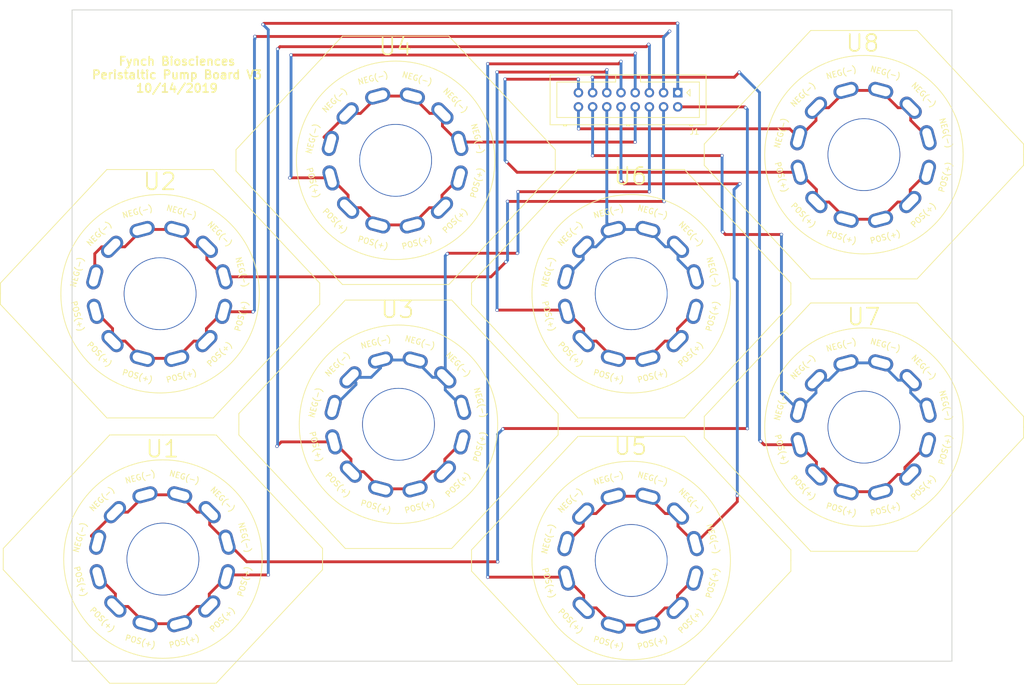
<source format=kicad_pcb>
(kicad_pcb (version 4) (host pcbnew 4.0.7)

  (general
    (links 96)
    (no_connects 0)
    (area 35.101459 56.424 218.896001 179.531081)
    (thickness 1.6)
    (drawings 5)
    (tracks 336)
    (zones 0)
    (modules 9)
    (nets 17)
  )

  (page B portrait)
  (layers
    (0 F.Cu signal)
    (31 B.Cu signal)
    (32 B.Adhes user)
    (33 F.Adhes user)
    (34 B.Paste user)
    (35 F.Paste user)
    (36 B.SilkS user)
    (37 F.SilkS user)
    (38 B.Mask user)
    (39 F.Mask user)
    (40 Dwgs.User user)
    (41 Cmts.User user)
    (42 Eco1.User user)
    (43 Eco2.User user)
    (44 Edge.Cuts user)
    (45 Margin user)
    (46 B.CrtYd user)
    (47 F.CrtYd user)
    (48 B.Fab user)
    (49 F.Fab user)
  )

  (setup
    (last_trace_width 0.508)
    (trace_clearance 0.254)
    (zone_clearance 0.508)
    (zone_45_only no)
    (trace_min 0.254)
    (segment_width 0.2)
    (edge_width 0.15)
    (via_size 0.6)
    (via_drill 0.4)
    (via_min_size 0.4)
    (via_min_drill 0.3)
    (uvia_size 0.3)
    (uvia_drill 0.1)
    (uvias_allowed no)
    (uvia_min_size 0.2)
    (uvia_min_drill 0.1)
    (pcb_text_width 0.3)
    (pcb_text_size 1.5 1.5)
    (mod_edge_width 0.15)
    (mod_text_size 1 1)
    (mod_text_width 0.15)
    (pad_size 1.524 1.524)
    (pad_drill 0.762)
    (pad_to_mask_clearance 0.2)
    (aux_axis_origin 0 0)
    (visible_elements FFFFE77F)
    (pcbplotparams
      (layerselection 0x010f0_80000001)
      (usegerberextensions false)
      (excludeedgelayer true)
      (linewidth 0.100000)
      (plotframeref false)
      (viasonmask false)
      (mode 1)
      (useauxorigin false)
      (hpglpennumber 1)
      (hpglpenspeed 20)
      (hpglpendiameter 15)
      (hpglpenoverlay 2)
      (psnegative false)
      (psa4output false)
      (plotreference true)
      (plotvalue true)
      (plotinvisibletext false)
      (padsonsilk false)
      (subtractmaskfromsilk false)
      (outputformat 1)
      (mirror false)
      (drillshape 0)
      (scaleselection 1)
      (outputdirectory gerbers/))
  )

  (net 0 "")
  (net 1 "Net-(J1-Pad1)")
  (net 2 "Net-(J1-Pad2)")
  (net 3 "Net-(J1-Pad3)")
  (net 4 "Net-(J1-Pad4)")
  (net 5 "Net-(J1-Pad5)")
  (net 6 "Net-(J1-Pad6)")
  (net 7 "Net-(J1-Pad7)")
  (net 8 "Net-(J1-Pad8)")
  (net 9 "Net-(J1-Pad9)")
  (net 10 "Net-(J1-Pad10)")
  (net 11 "Net-(J1-Pad11)")
  (net 12 "Net-(J1-Pad12)")
  (net 13 "Net-(J1-Pad13)")
  (net 14 "Net-(J1-Pad14)")
  (net 15 "Net-(J1-Pad15)")
  (net 16 "Net-(J1-Pad16)")

  (net_class Default "This is the default net class."
    (clearance 0.254)
    (trace_width 0.508)
    (via_dia 0.6)
    (via_drill 0.4)
    (uvia_dia 0.3)
    (uvia_drill 0.1)
    (add_net "Net-(J1-Pad1)")
    (add_net "Net-(J1-Pad10)")
    (add_net "Net-(J1-Pad11)")
    (add_net "Net-(J1-Pad12)")
    (add_net "Net-(J1-Pad13)")
    (add_net "Net-(J1-Pad14)")
    (add_net "Net-(J1-Pad15)")
    (add_net "Net-(J1-Pad16)")
    (add_net "Net-(J1-Pad2)")
    (add_net "Net-(J1-Pad3)")
    (add_net "Net-(J1-Pad4)")
    (add_net "Net-(J1-Pad5)")
    (add_net "Net-(J1-Pad6)")
    (add_net "Net-(J1-Pad7)")
    (add_net "Net-(J1-Pad8)")
    (add_net "Net-(J1-Pad9)")
  )

  (net_class default1 ""
    (clearance 0.254)
    (trace_width 0.254)
    (via_dia 0.6)
    (via_drill 0.4)
    (uvia_dia 0.3)
    (uvia_drill 0.1)
  )

  (module Connectors_Multicomp:Multicomp_MC9A12-1634_2x08x2.54mm_Straight (layer F.Cu) (tedit 56C61E6B) (tstamp 59E7C48F)
    (at 156.67 73.235 180)
    (descr http://www.farnell.com/datasheets/1520732.pdf)
    (tags "connector multicomp MC9A MC9A12")
    (path /59E7CC04)
    (fp_text reference J1 (at -3 -7 180) (layer F.SilkS)
      (effects (font (size 1 1) (thickness 0.15)))
    )
    (fp_text value Conn_02x08_Odd_Even (at 8.89 5 180) (layer F.Fab)
      (effects (font (size 1 1) (thickness 0.15)))
    )
    (fp_line (start -5.07 3.2) (end -5.07 -5.74) (layer F.SilkS) (width 0.15))
    (fp_line (start -5.07 -5.74) (end 22.85 -5.74) (layer F.SilkS) (width 0.15))
    (fp_line (start 22.85 -5.74) (end 22.85 3.2) (layer F.SilkS) (width 0.15))
    (fp_line (start 22.85 3.2) (end -5.07 3.2) (layer F.SilkS) (width 0.15))
    (fp_line (start 6.665 3.2) (end 6.665 1.9) (layer F.SilkS) (width 0.15))
    (fp_line (start 6.665 1.9) (end -3.87 1.9) (layer F.SilkS) (width 0.15))
    (fp_line (start -3.87 1.9) (end -3.87 -4.44) (layer F.SilkS) (width 0.15))
    (fp_line (start -3.87 -4.44) (end 21.65 -4.44) (layer F.SilkS) (width 0.15))
    (fp_line (start 21.65 -4.44) (end 21.65 1.9) (layer F.SilkS) (width 0.15))
    (fp_line (start 21.65 1.9) (end 11.115 1.9) (layer F.SilkS) (width 0.15))
    (fp_line (start 11.115 1.9) (end 11.115 3.2) (layer F.SilkS) (width 0.15))
    (fp_line (start 8.64 -5.74) (end 8.64 -5.94) (layer F.SilkS) (width 0.15))
    (fp_line (start 8.64 -5.94) (end 9.14 -5.94) (layer F.SilkS) (width 0.15))
    (fp_line (start 9.14 -5.94) (end 9.14 -5.74) (layer F.SilkS) (width 0.15))
    (fp_line (start 8.64 -5.84) (end 9.14 -5.84) (layer F.SilkS) (width 0.15))
    (fp_line (start 19.93 -5.74) (end 19.93 -5.94) (layer F.SilkS) (width 0.15))
    (fp_line (start 19.93 -5.94) (end 20.43 -5.94) (layer F.SilkS) (width 0.15))
    (fp_line (start 20.43 -5.94) (end 20.43 -5.74) (layer F.SilkS) (width 0.15))
    (fp_line (start 19.93 -5.84) (end 20.43 -5.84) (layer F.SilkS) (width 0.15))
    (fp_line (start -2.65 -5.74) (end -2.65 -5.94) (layer F.SilkS) (width 0.15))
    (fp_line (start -2.65 -5.94) (end -2.15 -5.94) (layer F.SilkS) (width 0.15))
    (fp_line (start -2.15 -5.94) (end -2.15 -5.74) (layer F.SilkS) (width 0.15))
    (fp_line (start -2.65 -5.84) (end -2.15 -5.84) (layer F.SilkS) (width 0.15))
    (fp_line (start -2.2 0.6) (end -2.2 -0.6) (layer F.SilkS) (width 0.15))
    (fp_line (start -2.2 -0.6) (end -1.6 0) (layer F.SilkS) (width 0.15))
    (fp_line (start -1.6 0) (end -2.2 0.6) (layer F.SilkS) (width 0.15))
    (fp_line (start -5.55 3.7) (end -5.55 -6.25) (layer F.CrtYd) (width 0.05))
    (fp_line (start -5.55 -6.25) (end 23.35 -6.25) (layer F.CrtYd) (width 0.05))
    (fp_line (start 23.35 -6.25) (end 23.35 3.7) (layer F.CrtYd) (width 0.05))
    (fp_line (start 23.35 3.7) (end -5.55 3.7) (layer F.CrtYd) (width 0.05))
    (pad 1 thru_hole rect (at 0 0 180) (size 1.7 1.7) (drill 1) (layers *.Cu *.Mask)
      (net 1 "Net-(J1-Pad1)"))
    (pad 2 thru_hole circle (at 0 -2.54 180) (size 1.7 1.7) (drill 1) (layers *.Cu *.Mask)
      (net 2 "Net-(J1-Pad2)"))
    (pad 3 thru_hole circle (at 2.54 0 180) (size 1.7 1.7) (drill 1) (layers *.Cu *.Mask)
      (net 3 "Net-(J1-Pad3)"))
    (pad 4 thru_hole circle (at 2.54 -2.54 180) (size 1.7 1.7) (drill 1) (layers *.Cu *.Mask)
      (net 4 "Net-(J1-Pad4)"))
    (pad 5 thru_hole circle (at 5.08 0 180) (size 1.7 1.7) (drill 1) (layers *.Cu *.Mask)
      (net 5 "Net-(J1-Pad5)"))
    (pad 6 thru_hole circle (at 5.08 -2.54 180) (size 1.7 1.7) (drill 1) (layers *.Cu *.Mask)
      (net 6 "Net-(J1-Pad6)"))
    (pad 7 thru_hole circle (at 7.62 0 180) (size 1.7 1.7) (drill 1) (layers *.Cu *.Mask)
      (net 7 "Net-(J1-Pad7)"))
    (pad 8 thru_hole circle (at 7.62 -2.54 180) (size 1.7 1.7) (drill 1) (layers *.Cu *.Mask)
      (net 8 "Net-(J1-Pad8)"))
    (pad 9 thru_hole circle (at 10.16 0 180) (size 1.7 1.7) (drill 1) (layers *.Cu *.Mask)
      (net 9 "Net-(J1-Pad9)"))
    (pad 10 thru_hole circle (at 10.16 -2.54 180) (size 1.7 1.7) (drill 1) (layers *.Cu *.Mask)
      (net 10 "Net-(J1-Pad10)"))
    (pad 11 thru_hole circle (at 12.7 0 180) (size 1.7 1.7) (drill 1) (layers *.Cu *.Mask)
      (net 11 "Net-(J1-Pad11)"))
    (pad 12 thru_hole circle (at 12.7 -2.54 180) (size 1.7 1.7) (drill 1) (layers *.Cu *.Mask)
      (net 12 "Net-(J1-Pad12)"))
    (pad 13 thru_hole circle (at 15.24 0 180) (size 1.7 1.7) (drill 1) (layers *.Cu *.Mask)
      (net 13 "Net-(J1-Pad13)"))
    (pad 14 thru_hole circle (at 15.24 -2.54 180) (size 1.7 1.7) (drill 1) (layers *.Cu *.Mask)
      (net 14 "Net-(J1-Pad14)"))
    (pad 15 thru_hole circle (at 17.78 0 180) (size 1.7 1.7) (drill 1) (layers *.Cu *.Mask)
      (net 15 "Net-(J1-Pad15)"))
    (pad 16 thru_hole circle (at 17.78 -2.54 180) (size 1.7 1.7) (drill 1) (layers *.Cu *.Mask)
      (net 16 "Net-(J1-Pad16)"))
  )

  (module pump_board:peristlatic_pump_15deg_offset (layer F.Cu) (tedit 5DA4F5FB) (tstamp 5DA4F982)
    (at 64.516 156.718)
    (path /59E7A0A6)
    (fp_text reference U1 (at -0.091 -19.718) (layer F.SilkS)
      (effects (font (size 3 3) (thickness 0.3)))
    )
    (fp_text value peristaltic_pump (at 0 -25.4) (layer F.Fab)
      (effects (font (size 3 3) (thickness 0.3)))
    )
    (fp_line (start -9.525 22.23008) (end 9.50976 22.23008) (layer F.SilkS) (width 0.15))
    (fp_line (start -28.57754 1.90246) (end -9.52754 22.22246) (layer F.SilkS) (width 0.15))
    (fp_line (start -28.57754 -0.00254) (end -28.57754 1.90246) (layer F.SilkS) (width 0.15))
    (fp_line (start 28.575 0) (end 28.575 1.905) (layer F.SilkS) (width 0.15))
    (fp_line (start 28.575 1.905) (end 9.525 22.225) (layer F.SilkS) (width 0.15))
    (fp_line (start 28.575 -1.905) (end 9.525 -22.225) (layer F.SilkS) (width 0.15))
    (fp_line (start 28.575 0) (end 28.575 -1.905) (layer F.SilkS) (width 0.15))
    (fp_line (start 0 -22.225) (end 9.525 -22.225) (layer F.SilkS) (width 0.15))
    (fp_line (start -28.575 0) (end -28.575 -1.905) (layer F.SilkS) (width 0.15))
    (fp_line (start -28.575 -1.905) (end -9.525 -22.225) (layer F.SilkS) (width 0.15))
    (fp_line (start -9.525 -22.225) (end 0 -22.225) (layer F.SilkS) (width 0.15))
    (fp_circle (center 0 0) (end 10.287 14.478) (layer F.SilkS) (width 0.15))
    (fp_text user "NEG(-)" (at 14.672413 -3.881461 105) (layer F.SilkS)
      (effects (font (size 1 1) (thickness 0.15)))
    )
    (fp_text user "POS(+)" (at -14.769006 4.007343 105) (layer F.SilkS)
      (effects (font (size 1 1) (thickness 0.15)))
    )
    (fp_text user "POS(+)" (at -10.843707 10.816834 135) (layer F.SilkS)
      (effects (font (size 1 1) (thickness 0.15)))
    )
    (fp_text user "NEG(-)" (at 10.708908 -10.73578 135) (layer F.SilkS)
      (effects (font (size 1 1) (thickness 0.15)))
    )
    (fp_text user "POS(+)" (at 3.822957 14.755173 195) (layer F.SilkS)
      (effects (font (size 1 1) (thickness 0.15)))
    )
    (fp_text user "NEG(-)" (at -4.065847 -14.686247 195) (layer F.SilkS)
      (effects (font (size 1 1) (thickness 0.15)))
    )
    (fp_text user "POS(+)" (at -4.036885 14.749836 165) (layer F.SilkS)
      (effects (font (size 1 1) (thickness 0.15)))
    )
    (fp_text user "NEG(-)" (at 3.85192 -14.691583 165) (layer F.SilkS)
      (effects (font (size 1 1) (thickness 0.15)))
    )
    (fp_text user "POS(+)" (at 14.564322 4.015761 255) (layer F.SilkS)
      (effects (font (size 1 1) (thickness 0.15)))
    )
    (fp_text user "NEG(-)" (at -14.877098 -3.873044 255) (layer F.SilkS)
      (effects (font (size 1 1) (thickness 0.15)))
    )
    (fp_text user "POS(+)" (at 10.629779 10.819915 225) (layer F.SilkS)
      (effects (font (size 1 1) (thickness 0.15)))
    )
    (fp_text user "NEG(-)" (at -10.922835 -10.7327 225) (layer F.SilkS)
      (effects (font (size 1 1) (thickness 0.15)))
    )
    (pad 1 thru_hole oval (at -11.579519 3.152723 195) (size 2.54 4.572) (drill oval 1.6 3.5) (layers *.Cu *.Mask)
      (net 1 "Net-(J1-Pad1)"))
    (pad 2 thru_hole oval (at 11.482926 -3.026841 195) (size 2.54 4.572) (drill oval 1.6 3.5) (layers *.Cu *.Mask)
      (net 2 "Net-(J1-Pad2)"))
    (pad "" np_thru_hole circle (at 0 0 90) (size 13 13) (drill 12.7) (layers *.Cu *.Mask))
    (pad 1 thru_hole oval (at -8.50884 8.481968 225) (size 2.54 4.572) (drill oval 1.6 3.5) (layers *.Cu *.Mask)
      (net 1 "Net-(J1-Pad1)"))
    (pad 2 thru_hole oval (at 8.374041 -8.400914 225) (size 2.54 4.572) (drill oval 1.6 3.5) (layers *.Cu *.Mask)
      (net 2 "Net-(J1-Pad2)"))
    (pad 1 thru_hole oval (at 2.968337 11.565685 285) (size 2.54 4.572) (drill oval 1.6 3.5) (layers *.Cu *.Mask)
      (net 1 "Net-(J1-Pad1)"))
    (pad 2 thru_hole oval (at -3.211227 -11.496759 285) (size 2.54 4.572) (drill oval 1.6 3.5) (layers *.Cu *.Mask)
      (net 2 "Net-(J1-Pad2)"))
    (pad 1 thru_hole oval (at -3.182264 11.560349 255) (size 2.54 4.572) (drill oval 1.6 3.5) (layers *.Cu *.Mask)
      (net 1 "Net-(J1-Pad1)"))
    (pad 2 thru_hole oval (at 2.997299 -11.502096 255) (size 2.54 4.572) (drill oval 1.6 3.5) (layers *.Cu *.Mask)
      (net 2 "Net-(J1-Pad2)"))
    (pad 1 thru_hole oval (at 11.374834 3.16114 345) (size 2.54 4.572) (drill oval 1.6 3.5) (layers *.Cu *.Mask)
      (net 1 "Net-(J1-Pad1)"))
    (pad 2 thru_hole oval (at -11.68761 -3.018423 345) (size 2.54 4.572) (drill oval 1.6 3.5) (layers *.Cu *.Mask)
      (net 2 "Net-(J1-Pad2)"))
    (pad 1 thru_hole oval (at 8.294913 8.485048 315) (size 2.54 4.572) (drill oval 1.6 3.5) (layers *.Cu *.Mask)
      (net 1 "Net-(J1-Pad1)"))
    (pad 2 thru_hole oval (at -8.587969 -8.397833 315) (size 2.54 4.572) (drill oval 1.6 3.5) (layers *.Cu *.Mask)
      (net 2 "Net-(J1-Pad2)"))
  )

  (module pump_board:peristlatic_pump_15deg_offset (layer F.Cu) (tedit 5DA4F5FB) (tstamp 5DA4F9AA)
    (at 64.008 109.22)
    (path /59E7A07B)
    (fp_text reference U2 (at -0.058 -20.07) (layer F.SilkS)
      (effects (font (size 3 3) (thickness 0.3)))
    )
    (fp_text value peristaltic_pump (at 0 -25.4) (layer F.Fab)
      (effects (font (size 3 3) (thickness 0.3)))
    )
    (fp_line (start -9.525 22.23008) (end 9.50976 22.23008) (layer F.SilkS) (width 0.15))
    (fp_line (start -28.57754 1.90246) (end -9.52754 22.22246) (layer F.SilkS) (width 0.15))
    (fp_line (start -28.57754 -0.00254) (end -28.57754 1.90246) (layer F.SilkS) (width 0.15))
    (fp_line (start 28.575 0) (end 28.575 1.905) (layer F.SilkS) (width 0.15))
    (fp_line (start 28.575 1.905) (end 9.525 22.225) (layer F.SilkS) (width 0.15))
    (fp_line (start 28.575 -1.905) (end 9.525 -22.225) (layer F.SilkS) (width 0.15))
    (fp_line (start 28.575 0) (end 28.575 -1.905) (layer F.SilkS) (width 0.15))
    (fp_line (start 0 -22.225) (end 9.525 -22.225) (layer F.SilkS) (width 0.15))
    (fp_line (start -28.575 0) (end -28.575 -1.905) (layer F.SilkS) (width 0.15))
    (fp_line (start -28.575 -1.905) (end -9.525 -22.225) (layer F.SilkS) (width 0.15))
    (fp_line (start -9.525 -22.225) (end 0 -22.225) (layer F.SilkS) (width 0.15))
    (fp_circle (center 0 0) (end 10.287 14.478) (layer F.SilkS) (width 0.15))
    (fp_text user "NEG(-)" (at 14.672413 -3.881461 105) (layer F.SilkS)
      (effects (font (size 1 1) (thickness 0.15)))
    )
    (fp_text user "POS(+)" (at -14.769006 4.007343 105) (layer F.SilkS)
      (effects (font (size 1 1) (thickness 0.15)))
    )
    (fp_text user "POS(+)" (at -10.843707 10.816834 135) (layer F.SilkS)
      (effects (font (size 1 1) (thickness 0.15)))
    )
    (fp_text user "NEG(-)" (at 10.708908 -10.73578 135) (layer F.SilkS)
      (effects (font (size 1 1) (thickness 0.15)))
    )
    (fp_text user "POS(+)" (at 3.822957 14.755173 195) (layer F.SilkS)
      (effects (font (size 1 1) (thickness 0.15)))
    )
    (fp_text user "NEG(-)" (at -4.065847 -14.686247 195) (layer F.SilkS)
      (effects (font (size 1 1) (thickness 0.15)))
    )
    (fp_text user "POS(+)" (at -4.036885 14.749836 165) (layer F.SilkS)
      (effects (font (size 1 1) (thickness 0.15)))
    )
    (fp_text user "NEG(-)" (at 3.85192 -14.691583 165) (layer F.SilkS)
      (effects (font (size 1 1) (thickness 0.15)))
    )
    (fp_text user "POS(+)" (at 14.564322 4.015761 255) (layer F.SilkS)
      (effects (font (size 1 1) (thickness 0.15)))
    )
    (fp_text user "NEG(-)" (at -14.877098 -3.873044 255) (layer F.SilkS)
      (effects (font (size 1 1) (thickness 0.15)))
    )
    (fp_text user "POS(+)" (at 10.629779 10.819915 225) (layer F.SilkS)
      (effects (font (size 1 1) (thickness 0.15)))
    )
    (fp_text user "NEG(-)" (at -10.922835 -10.7327 225) (layer F.SilkS)
      (effects (font (size 1 1) (thickness 0.15)))
    )
    (pad 1 thru_hole oval (at -11.579519 3.152723 195) (size 2.54 4.572) (drill oval 1.6 3.5) (layers *.Cu *.Mask)
      (net 3 "Net-(J1-Pad3)"))
    (pad 2 thru_hole oval (at 11.482926 -3.026841 195) (size 2.54 4.572) (drill oval 1.6 3.5) (layers *.Cu *.Mask)
      (net 4 "Net-(J1-Pad4)"))
    (pad "" np_thru_hole circle (at 0 0 90) (size 13 13) (drill 12.7) (layers *.Cu *.Mask))
    (pad 1 thru_hole oval (at -8.50884 8.481968 225) (size 2.54 4.572) (drill oval 1.6 3.5) (layers *.Cu *.Mask)
      (net 3 "Net-(J1-Pad3)"))
    (pad 2 thru_hole oval (at 8.374041 -8.400914 225) (size 2.54 4.572) (drill oval 1.6 3.5) (layers *.Cu *.Mask)
      (net 4 "Net-(J1-Pad4)"))
    (pad 1 thru_hole oval (at 2.968337 11.565685 285) (size 2.54 4.572) (drill oval 1.6 3.5) (layers *.Cu *.Mask)
      (net 3 "Net-(J1-Pad3)"))
    (pad 2 thru_hole oval (at -3.211227 -11.496759 285) (size 2.54 4.572) (drill oval 1.6 3.5) (layers *.Cu *.Mask)
      (net 4 "Net-(J1-Pad4)"))
    (pad 1 thru_hole oval (at -3.182264 11.560349 255) (size 2.54 4.572) (drill oval 1.6 3.5) (layers *.Cu *.Mask)
      (net 3 "Net-(J1-Pad3)"))
    (pad 2 thru_hole oval (at 2.997299 -11.502096 255) (size 2.54 4.572) (drill oval 1.6 3.5) (layers *.Cu *.Mask)
      (net 4 "Net-(J1-Pad4)"))
    (pad 1 thru_hole oval (at 11.374834 3.16114 345) (size 2.54 4.572) (drill oval 1.6 3.5) (layers *.Cu *.Mask)
      (net 3 "Net-(J1-Pad3)"))
    (pad 2 thru_hole oval (at -11.68761 -3.018423 345) (size 2.54 4.572) (drill oval 1.6 3.5) (layers *.Cu *.Mask)
      (net 4 "Net-(J1-Pad4)"))
    (pad 1 thru_hole oval (at 8.294913 8.485048 315) (size 2.54 4.572) (drill oval 1.6 3.5) (layers *.Cu *.Mask)
      (net 3 "Net-(J1-Pad3)"))
    (pad 2 thru_hole oval (at -8.587969 -8.397833 315) (size 2.54 4.572) (drill oval 1.6 3.5) (layers *.Cu *.Mask)
      (net 4 "Net-(J1-Pad4)"))
  )

  (module pump_board:peristlatic_pump_15deg_offset (layer F.Cu) (tedit 5DA4F5FB) (tstamp 5DA4F9D2)
    (at 106.68 132.588)
    (path /59E7A041)
    (fp_text reference U3 (at -0.18 -20.538) (layer F.SilkS)
      (effects (font (size 3 3) (thickness 0.3)))
    )
    (fp_text value peristaltic_pump (at 0 -25.4) (layer F.Fab)
      (effects (font (size 3 3) (thickness 0.3)))
    )
    (fp_line (start -9.525 22.23008) (end 9.50976 22.23008) (layer F.SilkS) (width 0.15))
    (fp_line (start -28.57754 1.90246) (end -9.52754 22.22246) (layer F.SilkS) (width 0.15))
    (fp_line (start -28.57754 -0.00254) (end -28.57754 1.90246) (layer F.SilkS) (width 0.15))
    (fp_line (start 28.575 0) (end 28.575 1.905) (layer F.SilkS) (width 0.15))
    (fp_line (start 28.575 1.905) (end 9.525 22.225) (layer F.SilkS) (width 0.15))
    (fp_line (start 28.575 -1.905) (end 9.525 -22.225) (layer F.SilkS) (width 0.15))
    (fp_line (start 28.575 0) (end 28.575 -1.905) (layer F.SilkS) (width 0.15))
    (fp_line (start 0 -22.225) (end 9.525 -22.225) (layer F.SilkS) (width 0.15))
    (fp_line (start -28.575 0) (end -28.575 -1.905) (layer F.SilkS) (width 0.15))
    (fp_line (start -28.575 -1.905) (end -9.525 -22.225) (layer F.SilkS) (width 0.15))
    (fp_line (start -9.525 -22.225) (end 0 -22.225) (layer F.SilkS) (width 0.15))
    (fp_circle (center 0 0) (end 10.287 14.478) (layer F.SilkS) (width 0.15))
    (fp_text user "NEG(-)" (at 14.672413 -3.881461 105) (layer F.SilkS)
      (effects (font (size 1 1) (thickness 0.15)))
    )
    (fp_text user "POS(+)" (at -14.769006 4.007343 105) (layer F.SilkS)
      (effects (font (size 1 1) (thickness 0.15)))
    )
    (fp_text user "POS(+)" (at -10.843707 10.816834 135) (layer F.SilkS)
      (effects (font (size 1 1) (thickness 0.15)))
    )
    (fp_text user "NEG(-)" (at 10.708908 -10.73578 135) (layer F.SilkS)
      (effects (font (size 1 1) (thickness 0.15)))
    )
    (fp_text user "POS(+)" (at 3.822957 14.755173 195) (layer F.SilkS)
      (effects (font (size 1 1) (thickness 0.15)))
    )
    (fp_text user "NEG(-)" (at -4.065847 -14.686247 195) (layer F.SilkS)
      (effects (font (size 1 1) (thickness 0.15)))
    )
    (fp_text user "POS(+)" (at -4.036885 14.749836 165) (layer F.SilkS)
      (effects (font (size 1 1) (thickness 0.15)))
    )
    (fp_text user "NEG(-)" (at 3.85192 -14.691583 165) (layer F.SilkS)
      (effects (font (size 1 1) (thickness 0.15)))
    )
    (fp_text user "POS(+)" (at 14.564322 4.015761 255) (layer F.SilkS)
      (effects (font (size 1 1) (thickness 0.15)))
    )
    (fp_text user "NEG(-)" (at -14.877098 -3.873044 255) (layer F.SilkS)
      (effects (font (size 1 1) (thickness 0.15)))
    )
    (fp_text user "POS(+)" (at 10.629779 10.819915 225) (layer F.SilkS)
      (effects (font (size 1 1) (thickness 0.15)))
    )
    (fp_text user "NEG(-)" (at -10.922835 -10.7327 225) (layer F.SilkS)
      (effects (font (size 1 1) (thickness 0.15)))
    )
    (pad 1 thru_hole oval (at -11.579519 3.152723 195) (size 2.54 4.572) (drill oval 1.6 3.5) (layers *.Cu *.Mask)
      (net 5 "Net-(J1-Pad5)"))
    (pad 2 thru_hole oval (at 11.482926 -3.026841 195) (size 2.54 4.572) (drill oval 1.6 3.5) (layers *.Cu *.Mask)
      (net 6 "Net-(J1-Pad6)"))
    (pad "" np_thru_hole circle (at 0 0 90) (size 13 13) (drill 12.7) (layers *.Cu *.Mask))
    (pad 1 thru_hole oval (at -8.50884 8.481968 225) (size 2.54 4.572) (drill oval 1.6 3.5) (layers *.Cu *.Mask)
      (net 5 "Net-(J1-Pad5)"))
    (pad 2 thru_hole oval (at 8.374041 -8.400914 225) (size 2.54 4.572) (drill oval 1.6 3.5) (layers *.Cu *.Mask)
      (net 6 "Net-(J1-Pad6)"))
    (pad 1 thru_hole oval (at 2.968337 11.565685 285) (size 2.54 4.572) (drill oval 1.6 3.5) (layers *.Cu *.Mask)
      (net 5 "Net-(J1-Pad5)"))
    (pad 2 thru_hole oval (at -3.211227 -11.496759 285) (size 2.54 4.572) (drill oval 1.6 3.5) (layers *.Cu *.Mask)
      (net 6 "Net-(J1-Pad6)"))
    (pad 1 thru_hole oval (at -3.182264 11.560349 255) (size 2.54 4.572) (drill oval 1.6 3.5) (layers *.Cu *.Mask)
      (net 5 "Net-(J1-Pad5)"))
    (pad 2 thru_hole oval (at 2.997299 -11.502096 255) (size 2.54 4.572) (drill oval 1.6 3.5) (layers *.Cu *.Mask)
      (net 6 "Net-(J1-Pad6)"))
    (pad 1 thru_hole oval (at 11.374834 3.16114 345) (size 2.54 4.572) (drill oval 1.6 3.5) (layers *.Cu *.Mask)
      (net 5 "Net-(J1-Pad5)"))
    (pad 2 thru_hole oval (at -11.68761 -3.018423 345) (size 2.54 4.572) (drill oval 1.6 3.5) (layers *.Cu *.Mask)
      (net 6 "Net-(J1-Pad6)"))
    (pad 1 thru_hole oval (at 8.294913 8.485048 315) (size 2.54 4.572) (drill oval 1.6 3.5) (layers *.Cu *.Mask)
      (net 5 "Net-(J1-Pad5)"))
    (pad 2 thru_hole oval (at -8.587969 -8.397833 315) (size 2.54 4.572) (drill oval 1.6 3.5) (layers *.Cu *.Mask)
      (net 6 "Net-(J1-Pad6)"))
  )

  (module pump_board:peristlatic_pump_15deg_offset (layer F.Cu) (tedit 5DA4F5FB) (tstamp 5DA4F9FA)
    (at 106.172 85.344)
    (path /59E7A017)
    (fp_text reference U4 (at -0.047 -20.344) (layer F.SilkS)
      (effects (font (size 3 3) (thickness 0.3)))
    )
    (fp_text value peristaltic_pump (at 0 -25.4) (layer F.Fab)
      (effects (font (size 3 3) (thickness 0.3)))
    )
    (fp_line (start -9.525 22.23008) (end 9.50976 22.23008) (layer F.SilkS) (width 0.15))
    (fp_line (start -28.57754 1.90246) (end -9.52754 22.22246) (layer F.SilkS) (width 0.15))
    (fp_line (start -28.57754 -0.00254) (end -28.57754 1.90246) (layer F.SilkS) (width 0.15))
    (fp_line (start 28.575 0) (end 28.575 1.905) (layer F.SilkS) (width 0.15))
    (fp_line (start 28.575 1.905) (end 9.525 22.225) (layer F.SilkS) (width 0.15))
    (fp_line (start 28.575 -1.905) (end 9.525 -22.225) (layer F.SilkS) (width 0.15))
    (fp_line (start 28.575 0) (end 28.575 -1.905) (layer F.SilkS) (width 0.15))
    (fp_line (start 0 -22.225) (end 9.525 -22.225) (layer F.SilkS) (width 0.15))
    (fp_line (start -28.575 0) (end -28.575 -1.905) (layer F.SilkS) (width 0.15))
    (fp_line (start -28.575 -1.905) (end -9.525 -22.225) (layer F.SilkS) (width 0.15))
    (fp_line (start -9.525 -22.225) (end 0 -22.225) (layer F.SilkS) (width 0.15))
    (fp_circle (center 0 0) (end 10.287 14.478) (layer F.SilkS) (width 0.15))
    (fp_text user "NEG(-)" (at 14.672413 -3.881461 105) (layer F.SilkS)
      (effects (font (size 1 1) (thickness 0.15)))
    )
    (fp_text user "POS(+)" (at -14.769006 4.007343 105) (layer F.SilkS)
      (effects (font (size 1 1) (thickness 0.15)))
    )
    (fp_text user "POS(+)" (at -10.843707 10.816834 135) (layer F.SilkS)
      (effects (font (size 1 1) (thickness 0.15)))
    )
    (fp_text user "NEG(-)" (at 10.708908 -10.73578 135) (layer F.SilkS)
      (effects (font (size 1 1) (thickness 0.15)))
    )
    (fp_text user "POS(+)" (at 3.822957 14.755173 195) (layer F.SilkS)
      (effects (font (size 1 1) (thickness 0.15)))
    )
    (fp_text user "NEG(-)" (at -4.065847 -14.686247 195) (layer F.SilkS)
      (effects (font (size 1 1) (thickness 0.15)))
    )
    (fp_text user "POS(+)" (at -4.036885 14.749836 165) (layer F.SilkS)
      (effects (font (size 1 1) (thickness 0.15)))
    )
    (fp_text user "NEG(-)" (at 3.85192 -14.691583 165) (layer F.SilkS)
      (effects (font (size 1 1) (thickness 0.15)))
    )
    (fp_text user "POS(+)" (at 14.564322 4.015761 255) (layer F.SilkS)
      (effects (font (size 1 1) (thickness 0.15)))
    )
    (fp_text user "NEG(-)" (at -14.877098 -3.873044 255) (layer F.SilkS)
      (effects (font (size 1 1) (thickness 0.15)))
    )
    (fp_text user "POS(+)" (at 10.629779 10.819915 225) (layer F.SilkS)
      (effects (font (size 1 1) (thickness 0.15)))
    )
    (fp_text user "NEG(-)" (at -10.922835 -10.7327 225) (layer F.SilkS)
      (effects (font (size 1 1) (thickness 0.15)))
    )
    (pad 1 thru_hole oval (at -11.579519 3.152723 195) (size 2.54 4.572) (drill oval 1.6 3.5) (layers *.Cu *.Mask)
      (net 7 "Net-(J1-Pad7)"))
    (pad 2 thru_hole oval (at 11.482926 -3.026841 195) (size 2.54 4.572) (drill oval 1.6 3.5) (layers *.Cu *.Mask)
      (net 8 "Net-(J1-Pad8)"))
    (pad "" np_thru_hole circle (at 0 0 90) (size 13 13) (drill 12.7) (layers *.Cu *.Mask))
    (pad 1 thru_hole oval (at -8.50884 8.481968 225) (size 2.54 4.572) (drill oval 1.6 3.5) (layers *.Cu *.Mask)
      (net 7 "Net-(J1-Pad7)"))
    (pad 2 thru_hole oval (at 8.374041 -8.400914 225) (size 2.54 4.572) (drill oval 1.6 3.5) (layers *.Cu *.Mask)
      (net 8 "Net-(J1-Pad8)"))
    (pad 1 thru_hole oval (at 2.968337 11.565685 285) (size 2.54 4.572) (drill oval 1.6 3.5) (layers *.Cu *.Mask)
      (net 7 "Net-(J1-Pad7)"))
    (pad 2 thru_hole oval (at -3.211227 -11.496759 285) (size 2.54 4.572) (drill oval 1.6 3.5) (layers *.Cu *.Mask)
      (net 8 "Net-(J1-Pad8)"))
    (pad 1 thru_hole oval (at -3.182264 11.560349 255) (size 2.54 4.572) (drill oval 1.6 3.5) (layers *.Cu *.Mask)
      (net 7 "Net-(J1-Pad7)"))
    (pad 2 thru_hole oval (at 2.997299 -11.502096 255) (size 2.54 4.572) (drill oval 1.6 3.5) (layers *.Cu *.Mask)
      (net 8 "Net-(J1-Pad8)"))
    (pad 1 thru_hole oval (at 11.374834 3.16114 345) (size 2.54 4.572) (drill oval 1.6 3.5) (layers *.Cu *.Mask)
      (net 7 "Net-(J1-Pad7)"))
    (pad 2 thru_hole oval (at -11.68761 -3.018423 345) (size 2.54 4.572) (drill oval 1.6 3.5) (layers *.Cu *.Mask)
      (net 8 "Net-(J1-Pad8)"))
    (pad 1 thru_hole oval (at 8.294913 8.485048 315) (size 2.54 4.572) (drill oval 1.6 3.5) (layers *.Cu *.Mask)
      (net 7 "Net-(J1-Pad7)"))
    (pad 2 thru_hole oval (at -8.587969 -8.397833 315) (size 2.54 4.572) (drill oval 1.6 3.5) (layers *.Cu *.Mask)
      (net 8 "Net-(J1-Pad8)"))
  )

  (module pump_board:peristlatic_pump_15deg_offset (layer F.Cu) (tedit 5DA4F5FB) (tstamp 5DA4FA22)
    (at 148.336 156.972)
    (path /59E79235)
    (fp_text reference U5 (at -0.136 -20.422) (layer F.SilkS)
      (effects (font (size 3 3) (thickness 0.3)))
    )
    (fp_text value peristaltic_pump (at 0 -25.4) (layer F.Fab)
      (effects (font (size 3 3) (thickness 0.3)))
    )
    (fp_line (start -9.525 22.23008) (end 9.50976 22.23008) (layer F.SilkS) (width 0.15))
    (fp_line (start -28.57754 1.90246) (end -9.52754 22.22246) (layer F.SilkS) (width 0.15))
    (fp_line (start -28.57754 -0.00254) (end -28.57754 1.90246) (layer F.SilkS) (width 0.15))
    (fp_line (start 28.575 0) (end 28.575 1.905) (layer F.SilkS) (width 0.15))
    (fp_line (start 28.575 1.905) (end 9.525 22.225) (layer F.SilkS) (width 0.15))
    (fp_line (start 28.575 -1.905) (end 9.525 -22.225) (layer F.SilkS) (width 0.15))
    (fp_line (start 28.575 0) (end 28.575 -1.905) (layer F.SilkS) (width 0.15))
    (fp_line (start 0 -22.225) (end 9.525 -22.225) (layer F.SilkS) (width 0.15))
    (fp_line (start -28.575 0) (end -28.575 -1.905) (layer F.SilkS) (width 0.15))
    (fp_line (start -28.575 -1.905) (end -9.525 -22.225) (layer F.SilkS) (width 0.15))
    (fp_line (start -9.525 -22.225) (end 0 -22.225) (layer F.SilkS) (width 0.15))
    (fp_circle (center 0 0) (end 10.287 14.478) (layer F.SilkS) (width 0.15))
    (fp_text user "NEG(-)" (at 14.672413 -3.881461 105) (layer F.SilkS)
      (effects (font (size 1 1) (thickness 0.15)))
    )
    (fp_text user "POS(+)" (at -14.769006 4.007343 105) (layer F.SilkS)
      (effects (font (size 1 1) (thickness 0.15)))
    )
    (fp_text user "POS(+)" (at -10.843707 10.816834 135) (layer F.SilkS)
      (effects (font (size 1 1) (thickness 0.15)))
    )
    (fp_text user "NEG(-)" (at 10.708908 -10.73578 135) (layer F.SilkS)
      (effects (font (size 1 1) (thickness 0.15)))
    )
    (fp_text user "POS(+)" (at 3.822957 14.755173 195) (layer F.SilkS)
      (effects (font (size 1 1) (thickness 0.15)))
    )
    (fp_text user "NEG(-)" (at -4.065847 -14.686247 195) (layer F.SilkS)
      (effects (font (size 1 1) (thickness 0.15)))
    )
    (fp_text user "POS(+)" (at -4.036885 14.749836 165) (layer F.SilkS)
      (effects (font (size 1 1) (thickness 0.15)))
    )
    (fp_text user "NEG(-)" (at 3.85192 -14.691583 165) (layer F.SilkS)
      (effects (font (size 1 1) (thickness 0.15)))
    )
    (fp_text user "POS(+)" (at 14.564322 4.015761 255) (layer F.SilkS)
      (effects (font (size 1 1) (thickness 0.15)))
    )
    (fp_text user "NEG(-)" (at -14.877098 -3.873044 255) (layer F.SilkS)
      (effects (font (size 1 1) (thickness 0.15)))
    )
    (fp_text user "POS(+)" (at 10.629779 10.819915 225) (layer F.SilkS)
      (effects (font (size 1 1) (thickness 0.15)))
    )
    (fp_text user "NEG(-)" (at -10.922835 -10.7327 225) (layer F.SilkS)
      (effects (font (size 1 1) (thickness 0.15)))
    )
    (pad 1 thru_hole oval (at -11.579519 3.152723 195) (size 2.54 4.572) (drill oval 1.6 3.5) (layers *.Cu *.Mask)
      (net 9 "Net-(J1-Pad9)"))
    (pad 2 thru_hole oval (at 11.482926 -3.026841 195) (size 2.54 4.572) (drill oval 1.6 3.5) (layers *.Cu *.Mask)
      (net 10 "Net-(J1-Pad10)"))
    (pad "" np_thru_hole circle (at 0 0 90) (size 13 13) (drill 12.7) (layers *.Cu *.Mask))
    (pad 1 thru_hole oval (at -8.50884 8.481968 225) (size 2.54 4.572) (drill oval 1.6 3.5) (layers *.Cu *.Mask)
      (net 9 "Net-(J1-Pad9)"))
    (pad 2 thru_hole oval (at 8.374041 -8.400914 225) (size 2.54 4.572) (drill oval 1.6 3.5) (layers *.Cu *.Mask)
      (net 10 "Net-(J1-Pad10)"))
    (pad 1 thru_hole oval (at 2.968337 11.565685 285) (size 2.54 4.572) (drill oval 1.6 3.5) (layers *.Cu *.Mask)
      (net 9 "Net-(J1-Pad9)"))
    (pad 2 thru_hole oval (at -3.211227 -11.496759 285) (size 2.54 4.572) (drill oval 1.6 3.5) (layers *.Cu *.Mask)
      (net 10 "Net-(J1-Pad10)"))
    (pad 1 thru_hole oval (at -3.182264 11.560349 255) (size 2.54 4.572) (drill oval 1.6 3.5) (layers *.Cu *.Mask)
      (net 9 "Net-(J1-Pad9)"))
    (pad 2 thru_hole oval (at 2.997299 -11.502096 255) (size 2.54 4.572) (drill oval 1.6 3.5) (layers *.Cu *.Mask)
      (net 10 "Net-(J1-Pad10)"))
    (pad 1 thru_hole oval (at 11.374834 3.16114 345) (size 2.54 4.572) (drill oval 1.6 3.5) (layers *.Cu *.Mask)
      (net 9 "Net-(J1-Pad9)"))
    (pad 2 thru_hole oval (at -11.68761 -3.018423 345) (size 2.54 4.572) (drill oval 1.6 3.5) (layers *.Cu *.Mask)
      (net 10 "Net-(J1-Pad10)"))
    (pad 1 thru_hole oval (at 8.294913 8.485048 315) (size 2.54 4.572) (drill oval 1.6 3.5) (layers *.Cu *.Mask)
      (net 9 "Net-(J1-Pad9)"))
    (pad 2 thru_hole oval (at -8.587969 -8.397833 315) (size 2.54 4.572) (drill oval 1.6 3.5) (layers *.Cu *.Mask)
      (net 10 "Net-(J1-Pad10)"))
  )

  (module pump_board:peristlatic_pump_15deg_offset (layer F.Cu) (tedit 5DA4F5FB) (tstamp 5DA4FA4A)
    (at 148.336 109.22)
    (path /59E79208)
    (fp_text reference U6 (at -0.136 -21.045) (layer F.SilkS)
      (effects (font (size 3 3) (thickness 0.3)))
    )
    (fp_text value peristaltic_pump (at 0 -25.4) (layer F.Fab)
      (effects (font (size 3 3) (thickness 0.3)))
    )
    (fp_line (start -9.525 22.23008) (end 9.50976 22.23008) (layer F.SilkS) (width 0.15))
    (fp_line (start -28.57754 1.90246) (end -9.52754 22.22246) (layer F.SilkS) (width 0.15))
    (fp_line (start -28.57754 -0.00254) (end -28.57754 1.90246) (layer F.SilkS) (width 0.15))
    (fp_line (start 28.575 0) (end 28.575 1.905) (layer F.SilkS) (width 0.15))
    (fp_line (start 28.575 1.905) (end 9.525 22.225) (layer F.SilkS) (width 0.15))
    (fp_line (start 28.575 -1.905) (end 9.525 -22.225) (layer F.SilkS) (width 0.15))
    (fp_line (start 28.575 0) (end 28.575 -1.905) (layer F.SilkS) (width 0.15))
    (fp_line (start 0 -22.225) (end 9.525 -22.225) (layer F.SilkS) (width 0.15))
    (fp_line (start -28.575 0) (end -28.575 -1.905) (layer F.SilkS) (width 0.15))
    (fp_line (start -28.575 -1.905) (end -9.525 -22.225) (layer F.SilkS) (width 0.15))
    (fp_line (start -9.525 -22.225) (end 0 -22.225) (layer F.SilkS) (width 0.15))
    (fp_circle (center 0 0) (end 10.287 14.478) (layer F.SilkS) (width 0.15))
    (fp_text user "NEG(-)" (at 14.672413 -3.881461 105) (layer F.SilkS)
      (effects (font (size 1 1) (thickness 0.15)))
    )
    (fp_text user "POS(+)" (at -14.769006 4.007343 105) (layer F.SilkS)
      (effects (font (size 1 1) (thickness 0.15)))
    )
    (fp_text user "POS(+)" (at -10.843707 10.816834 135) (layer F.SilkS)
      (effects (font (size 1 1) (thickness 0.15)))
    )
    (fp_text user "NEG(-)" (at 10.708908 -10.73578 135) (layer F.SilkS)
      (effects (font (size 1 1) (thickness 0.15)))
    )
    (fp_text user "POS(+)" (at 3.822957 14.755173 195) (layer F.SilkS)
      (effects (font (size 1 1) (thickness 0.15)))
    )
    (fp_text user "NEG(-)" (at -4.065847 -14.686247 195) (layer F.SilkS)
      (effects (font (size 1 1) (thickness 0.15)))
    )
    (fp_text user "POS(+)" (at -4.036885 14.749836 165) (layer F.SilkS)
      (effects (font (size 1 1) (thickness 0.15)))
    )
    (fp_text user "NEG(-)" (at 3.85192 -14.691583 165) (layer F.SilkS)
      (effects (font (size 1 1) (thickness 0.15)))
    )
    (fp_text user "POS(+)" (at 14.564322 4.015761 255) (layer F.SilkS)
      (effects (font (size 1 1) (thickness 0.15)))
    )
    (fp_text user "NEG(-)" (at -14.877098 -3.873044 255) (layer F.SilkS)
      (effects (font (size 1 1) (thickness 0.15)))
    )
    (fp_text user "POS(+)" (at 10.629779 10.819915 225) (layer F.SilkS)
      (effects (font (size 1 1) (thickness 0.15)))
    )
    (fp_text user "NEG(-)" (at -10.922835 -10.7327 225) (layer F.SilkS)
      (effects (font (size 1 1) (thickness 0.15)))
    )
    (pad 1 thru_hole oval (at -11.579519 3.152723 195) (size 2.54 4.572) (drill oval 1.6 3.5) (layers *.Cu *.Mask)
      (net 11 "Net-(J1-Pad11)"))
    (pad 2 thru_hole oval (at 11.482926 -3.026841 195) (size 2.54 4.572) (drill oval 1.6 3.5) (layers *.Cu *.Mask)
      (net 12 "Net-(J1-Pad12)"))
    (pad "" np_thru_hole circle (at 0 0 90) (size 13 13) (drill 12.7) (layers *.Cu *.Mask))
    (pad 1 thru_hole oval (at -8.50884 8.481968 225) (size 2.54 4.572) (drill oval 1.6 3.5) (layers *.Cu *.Mask)
      (net 11 "Net-(J1-Pad11)"))
    (pad 2 thru_hole oval (at 8.374041 -8.400914 225) (size 2.54 4.572) (drill oval 1.6 3.5) (layers *.Cu *.Mask)
      (net 12 "Net-(J1-Pad12)"))
    (pad 1 thru_hole oval (at 2.968337 11.565685 285) (size 2.54 4.572) (drill oval 1.6 3.5) (layers *.Cu *.Mask)
      (net 11 "Net-(J1-Pad11)"))
    (pad 2 thru_hole oval (at -3.211227 -11.496759 285) (size 2.54 4.572) (drill oval 1.6 3.5) (layers *.Cu *.Mask)
      (net 12 "Net-(J1-Pad12)"))
    (pad 1 thru_hole oval (at -3.182264 11.560349 255) (size 2.54 4.572) (drill oval 1.6 3.5) (layers *.Cu *.Mask)
      (net 11 "Net-(J1-Pad11)"))
    (pad 2 thru_hole oval (at 2.997299 -11.502096 255) (size 2.54 4.572) (drill oval 1.6 3.5) (layers *.Cu *.Mask)
      (net 12 "Net-(J1-Pad12)"))
    (pad 1 thru_hole oval (at 11.374834 3.16114 345) (size 2.54 4.572) (drill oval 1.6 3.5) (layers *.Cu *.Mask)
      (net 11 "Net-(J1-Pad11)"))
    (pad 2 thru_hole oval (at -11.68761 -3.018423 345) (size 2.54 4.572) (drill oval 1.6 3.5) (layers *.Cu *.Mask)
      (net 12 "Net-(J1-Pad12)"))
    (pad 1 thru_hole oval (at 8.294913 8.485048 315) (size 2.54 4.572) (drill oval 1.6 3.5) (layers *.Cu *.Mask)
      (net 11 "Net-(J1-Pad11)"))
    (pad 2 thru_hole oval (at -8.587969 -8.397833 315) (size 2.54 4.572) (drill oval 1.6 3.5) (layers *.Cu *.Mask)
      (net 12 "Net-(J1-Pad12)"))
  )

  (module pump_board:peristlatic_pump_15deg_offset (layer F.Cu) (tedit 5DA4F5FB) (tstamp 5DA4FA72)
    (at 189.992 133.096)
    (path /59E790F0)
    (fp_text reference U7 (at -0.042 -19.746) (layer F.SilkS)
      (effects (font (size 3 3) (thickness 0.3)))
    )
    (fp_text value peristaltic_pump (at 0 -25.4) (layer F.Fab)
      (effects (font (size 3 3) (thickness 0.3)))
    )
    (fp_line (start -9.525 22.23008) (end 9.50976 22.23008) (layer F.SilkS) (width 0.15))
    (fp_line (start -28.57754 1.90246) (end -9.52754 22.22246) (layer F.SilkS) (width 0.15))
    (fp_line (start -28.57754 -0.00254) (end -28.57754 1.90246) (layer F.SilkS) (width 0.15))
    (fp_line (start 28.575 0) (end 28.575 1.905) (layer F.SilkS) (width 0.15))
    (fp_line (start 28.575 1.905) (end 9.525 22.225) (layer F.SilkS) (width 0.15))
    (fp_line (start 28.575 -1.905) (end 9.525 -22.225) (layer F.SilkS) (width 0.15))
    (fp_line (start 28.575 0) (end 28.575 -1.905) (layer F.SilkS) (width 0.15))
    (fp_line (start 0 -22.225) (end 9.525 -22.225) (layer F.SilkS) (width 0.15))
    (fp_line (start -28.575 0) (end -28.575 -1.905) (layer F.SilkS) (width 0.15))
    (fp_line (start -28.575 -1.905) (end -9.525 -22.225) (layer F.SilkS) (width 0.15))
    (fp_line (start -9.525 -22.225) (end 0 -22.225) (layer F.SilkS) (width 0.15))
    (fp_circle (center 0 0) (end 10.287 14.478) (layer F.SilkS) (width 0.15))
    (fp_text user "NEG(-)" (at 14.672413 -3.881461 105) (layer F.SilkS)
      (effects (font (size 1 1) (thickness 0.15)))
    )
    (fp_text user "POS(+)" (at -14.769006 4.007343 105) (layer F.SilkS)
      (effects (font (size 1 1) (thickness 0.15)))
    )
    (fp_text user "POS(+)" (at -10.843707 10.816834 135) (layer F.SilkS)
      (effects (font (size 1 1) (thickness 0.15)))
    )
    (fp_text user "NEG(-)" (at 10.708908 -10.73578 135) (layer F.SilkS)
      (effects (font (size 1 1) (thickness 0.15)))
    )
    (fp_text user "POS(+)" (at 3.822957 14.755173 195) (layer F.SilkS)
      (effects (font (size 1 1) (thickness 0.15)))
    )
    (fp_text user "NEG(-)" (at -4.065847 -14.686247 195) (layer F.SilkS)
      (effects (font (size 1 1) (thickness 0.15)))
    )
    (fp_text user "POS(+)" (at -4.036885 14.749836 165) (layer F.SilkS)
      (effects (font (size 1 1) (thickness 0.15)))
    )
    (fp_text user "NEG(-)" (at 3.85192 -14.691583 165) (layer F.SilkS)
      (effects (font (size 1 1) (thickness 0.15)))
    )
    (fp_text user "POS(+)" (at 14.564322 4.015761 255) (layer F.SilkS)
      (effects (font (size 1 1) (thickness 0.15)))
    )
    (fp_text user "NEG(-)" (at -14.877098 -3.873044 255) (layer F.SilkS)
      (effects (font (size 1 1) (thickness 0.15)))
    )
    (fp_text user "POS(+)" (at 10.629779 10.819915 225) (layer F.SilkS)
      (effects (font (size 1 1) (thickness 0.15)))
    )
    (fp_text user "NEG(-)" (at -10.922835 -10.7327 225) (layer F.SilkS)
      (effects (font (size 1 1) (thickness 0.15)))
    )
    (pad 1 thru_hole oval (at -11.579519 3.152723 195) (size 2.54 4.572) (drill oval 1.6 3.5) (layers *.Cu *.Mask)
      (net 13 "Net-(J1-Pad13)"))
    (pad 2 thru_hole oval (at 11.482926 -3.026841 195) (size 2.54 4.572) (drill oval 1.6 3.5) (layers *.Cu *.Mask)
      (net 14 "Net-(J1-Pad14)"))
    (pad "" np_thru_hole circle (at 0 0 90) (size 13 13) (drill 12.7) (layers *.Cu *.Mask))
    (pad 1 thru_hole oval (at -8.50884 8.481968 225) (size 2.54 4.572) (drill oval 1.6 3.5) (layers *.Cu *.Mask)
      (net 13 "Net-(J1-Pad13)"))
    (pad 2 thru_hole oval (at 8.374041 -8.400914 225) (size 2.54 4.572) (drill oval 1.6 3.5) (layers *.Cu *.Mask)
      (net 14 "Net-(J1-Pad14)"))
    (pad 1 thru_hole oval (at 2.968337 11.565685 285) (size 2.54 4.572) (drill oval 1.6 3.5) (layers *.Cu *.Mask)
      (net 13 "Net-(J1-Pad13)"))
    (pad 2 thru_hole oval (at -3.211227 -11.496759 285) (size 2.54 4.572) (drill oval 1.6 3.5) (layers *.Cu *.Mask)
      (net 14 "Net-(J1-Pad14)"))
    (pad 1 thru_hole oval (at -3.182264 11.560349 255) (size 2.54 4.572) (drill oval 1.6 3.5) (layers *.Cu *.Mask)
      (net 13 "Net-(J1-Pad13)"))
    (pad 2 thru_hole oval (at 2.997299 -11.502096 255) (size 2.54 4.572) (drill oval 1.6 3.5) (layers *.Cu *.Mask)
      (net 14 "Net-(J1-Pad14)"))
    (pad 1 thru_hole oval (at 11.374834 3.16114 345) (size 2.54 4.572) (drill oval 1.6 3.5) (layers *.Cu *.Mask)
      (net 13 "Net-(J1-Pad13)"))
    (pad 2 thru_hole oval (at -11.68761 -3.018423 345) (size 2.54 4.572) (drill oval 1.6 3.5) (layers *.Cu *.Mask)
      (net 14 "Net-(J1-Pad14)"))
    (pad 1 thru_hole oval (at 8.294913 8.485048 315) (size 2.54 4.572) (drill oval 1.6 3.5) (layers *.Cu *.Mask)
      (net 13 "Net-(J1-Pad13)"))
    (pad 2 thru_hole oval (at -8.587969 -8.397833 315) (size 2.54 4.572) (drill oval 1.6 3.5) (layers *.Cu *.Mask)
      (net 14 "Net-(J1-Pad14)"))
  )

  (module pump_board:peristlatic_pump_15deg_offset (layer F.Cu) (tedit 5DA4F5FB) (tstamp 5DA4FA9A)
    (at 189.992 84.328)
    (path /59E7925A)
    (fp_text reference U8 (at -0.242 -19.953) (layer F.SilkS)
      (effects (font (size 3 3) (thickness 0.3)))
    )
    (fp_text value peristaltic_pump (at 0 -25.4) (layer F.Fab)
      (effects (font (size 3 3) (thickness 0.3)))
    )
    (fp_line (start -9.525 22.23008) (end 9.50976 22.23008) (layer F.SilkS) (width 0.15))
    (fp_line (start -28.57754 1.90246) (end -9.52754 22.22246) (layer F.SilkS) (width 0.15))
    (fp_line (start -28.57754 -0.00254) (end -28.57754 1.90246) (layer F.SilkS) (width 0.15))
    (fp_line (start 28.575 0) (end 28.575 1.905) (layer F.SilkS) (width 0.15))
    (fp_line (start 28.575 1.905) (end 9.525 22.225) (layer F.SilkS) (width 0.15))
    (fp_line (start 28.575 -1.905) (end 9.525 -22.225) (layer F.SilkS) (width 0.15))
    (fp_line (start 28.575 0) (end 28.575 -1.905) (layer F.SilkS) (width 0.15))
    (fp_line (start 0 -22.225) (end 9.525 -22.225) (layer F.SilkS) (width 0.15))
    (fp_line (start -28.575 0) (end -28.575 -1.905) (layer F.SilkS) (width 0.15))
    (fp_line (start -28.575 -1.905) (end -9.525 -22.225) (layer F.SilkS) (width 0.15))
    (fp_line (start -9.525 -22.225) (end 0 -22.225) (layer F.SilkS) (width 0.15))
    (fp_circle (center 0 0) (end 10.287 14.478) (layer F.SilkS) (width 0.15))
    (fp_text user "NEG(-)" (at 14.672413 -3.881461 105) (layer F.SilkS)
      (effects (font (size 1 1) (thickness 0.15)))
    )
    (fp_text user "POS(+)" (at -14.769006 4.007343 105) (layer F.SilkS)
      (effects (font (size 1 1) (thickness 0.15)))
    )
    (fp_text user "POS(+)" (at -10.843707 10.816834 135) (layer F.SilkS)
      (effects (font (size 1 1) (thickness 0.15)))
    )
    (fp_text user "NEG(-)" (at 10.708908 -10.73578 135) (layer F.SilkS)
      (effects (font (size 1 1) (thickness 0.15)))
    )
    (fp_text user "POS(+)" (at 3.822957 14.755173 195) (layer F.SilkS)
      (effects (font (size 1 1) (thickness 0.15)))
    )
    (fp_text user "NEG(-)" (at -4.065847 -14.686247 195) (layer F.SilkS)
      (effects (font (size 1 1) (thickness 0.15)))
    )
    (fp_text user "POS(+)" (at -4.036885 14.749836 165) (layer F.SilkS)
      (effects (font (size 1 1) (thickness 0.15)))
    )
    (fp_text user "NEG(-)" (at 3.85192 -14.691583 165) (layer F.SilkS)
      (effects (font (size 1 1) (thickness 0.15)))
    )
    (fp_text user "POS(+)" (at 14.564322 4.015761 255) (layer F.SilkS)
      (effects (font (size 1 1) (thickness 0.15)))
    )
    (fp_text user "NEG(-)" (at -14.877098 -3.873044 255) (layer F.SilkS)
      (effects (font (size 1 1) (thickness 0.15)))
    )
    (fp_text user "POS(+)" (at 10.629779 10.819915 225) (layer F.SilkS)
      (effects (font (size 1 1) (thickness 0.15)))
    )
    (fp_text user "NEG(-)" (at -10.922835 -10.7327 225) (layer F.SilkS)
      (effects (font (size 1 1) (thickness 0.15)))
    )
    (pad 1 thru_hole oval (at -11.579519 3.152723 195) (size 2.54 4.572) (drill oval 1.6 3.5) (layers *.Cu *.Mask)
      (net 15 "Net-(J1-Pad15)"))
    (pad 2 thru_hole oval (at 11.482926 -3.026841 195) (size 2.54 4.572) (drill oval 1.6 3.5) (layers *.Cu *.Mask)
      (net 16 "Net-(J1-Pad16)"))
    (pad "" np_thru_hole circle (at 0 0 90) (size 13 13) (drill 12.7) (layers *.Cu *.Mask))
    (pad 1 thru_hole oval (at -8.50884 8.481968 225) (size 2.54 4.572) (drill oval 1.6 3.5) (layers *.Cu *.Mask)
      (net 15 "Net-(J1-Pad15)"))
    (pad 2 thru_hole oval (at 8.374041 -8.400914 225) (size 2.54 4.572) (drill oval 1.6 3.5) (layers *.Cu *.Mask)
      (net 16 "Net-(J1-Pad16)"))
    (pad 1 thru_hole oval (at 2.968337 11.565685 285) (size 2.54 4.572) (drill oval 1.6 3.5) (layers *.Cu *.Mask)
      (net 15 "Net-(J1-Pad15)"))
    (pad 2 thru_hole oval (at -3.211227 -11.496759 285) (size 2.54 4.572) (drill oval 1.6 3.5) (layers *.Cu *.Mask)
      (net 16 "Net-(J1-Pad16)"))
    (pad 1 thru_hole oval (at -3.182264 11.560349 255) (size 2.54 4.572) (drill oval 1.6 3.5) (layers *.Cu *.Mask)
      (net 15 "Net-(J1-Pad15)"))
    (pad 2 thru_hole oval (at 2.997299 -11.502096 255) (size 2.54 4.572) (drill oval 1.6 3.5) (layers *.Cu *.Mask)
      (net 16 "Net-(J1-Pad16)"))
    (pad 1 thru_hole oval (at 11.374834 3.16114 345) (size 2.54 4.572) (drill oval 1.6 3.5) (layers *.Cu *.Mask)
      (net 15 "Net-(J1-Pad15)"))
    (pad 2 thru_hole oval (at -11.68761 -3.018423 345) (size 2.54 4.572) (drill oval 1.6 3.5) (layers *.Cu *.Mask)
      (net 16 "Net-(J1-Pad16)"))
    (pad 1 thru_hole oval (at 8.294913 8.485048 315) (size 2.54 4.572) (drill oval 1.6 3.5) (layers *.Cu *.Mask)
      (net 15 "Net-(J1-Pad15)"))
    (pad 2 thru_hole oval (at -8.587969 -8.397833 315) (size 2.54 4.572) (drill oval 1.6 3.5) (layers *.Cu *.Mask)
      (net 16 "Net-(J1-Pad16)"))
  )

  (gr_text "Fynch Biosciences\nPeristaltic Pump Board V3\n10/14/2019" (at 67.025 70.025) (layer F.SilkS)
    (effects (font (size 1.5 1.5) (thickness 0.3)))
  )
  (gr_line (start 48.26 175) (end 48.26 58.42) (layer Edge.Cuts) (width 0.15))
  (gr_line (start 205.74 175) (end 48.26 175) (layer Edge.Cuts) (width 0.15))
  (gr_line (start 205.74 58.42) (end 205.74 175) (layer Edge.Cuts) (width 0.15))
  (gr_line (start 48.26 58.42) (end 205.74 58.42) (layer Edge.Cuts) (width 0.15))

  (segment (start 52.936481 159.870723) (end 56.00716 162.941402) (width 0.508) (layer F.Cu) (net 1))
  (segment (start 56.00716 162.941402) (end 56.00716 165.199968) (width 0.508) (layer F.Cu) (net 1))
  (segment (start 61.333736 168.278349) (end 58.255355 165.199968) (width 0.508) (layer F.Cu) (net 1))
  (segment (start 58.255355 165.199968) (end 56.00716 165.199968) (width 0.508) (layer F.Cu) (net 1))
  (segment (start 67.484337 168.283685) (end 61.339072 168.283685) (width 0.508) (layer F.Cu) (net 1))
  (segment (start 61.339072 168.283685) (end 61.333736 168.278349) (width 0.508) (layer F.Cu) (net 1))
  (segment (start 72.810913 165.203048) (end 70.564974 165.203048) (width 0.508) (layer F.Cu) (net 1))
  (segment (start 70.564974 165.203048) (end 67.484337 168.283685) (width 0.508) (layer F.Cu) (net 1))
  (segment (start 75.890834 159.87914) (end 72.810913 162.959061) (width 0.508) (layer F.Cu) (net 1))
  (segment (start 72.810913 162.959061) (end 72.810913 165.203048) (width 0.508) (layer F.Cu) (net 1))
  (segment (start 83.375 159.55) (end 76.219974 159.55) (width 0.508) (layer F.Cu) (net 1))
  (segment (start 76.219974 159.55) (end 75.890834 159.87914) (width 0.508) (layer F.Cu) (net 1))
  (segment (start 83.375 61.975) (end 83.375 159.55) (width 0.508) (layer B.Cu) (net 1))
  (via (at 83.375 159.55) (size 0.6) (drill 0.4) (layers F.Cu B.Cu) (net 1))
  (segment (start 82.425 61.025) (end 83.375 61.975) (width 0.508) (layer B.Cu) (net 1))
  (segment (start 156.625 60.825) (end 82.625 60.825) (width 0.508) (layer F.Cu) (net 1))
  (segment (start 82.625 60.825) (end 82.425 61.025) (width 0.508) (layer F.Cu) (net 1))
  (via (at 82.425 61.025) (size 0.6) (drill 0.4) (layers F.Cu B.Cu) (net 1))
  (segment (start 156.67 73.235) (end 156.67 60.87) (width 0.508) (layer B.Cu) (net 1))
  (segment (start 156.67 60.87) (end 156.625 60.825) (width 0.508) (layer B.Cu) (net 1))
  (via (at 156.625 60.825) (size 0.6) (drill 0.4) (layers F.Cu B.Cu) (net 1))
  (segment (start 55.928031 148.320167) (end 51.720729 152.527469) (width 0.508) (layer F.Cu) (net 2))
  (segment (start 51.720729 152.527469) (end 51.720729 152.591916) (width 0.508) (layer F.Cu) (net 2))
  (segment (start 51.720729 152.591916) (end 52.82839 153.699577) (width 0.508) (layer F.Cu) (net 2))
  (segment (start 61.304773 145.221241) (end 58.205847 148.320167) (width 0.508) (layer F.Cu) (net 2))
  (segment (start 58.205847 148.320167) (end 55.928031 148.320167) (width 0.508) (layer F.Cu) (net 2))
  (segment (start 67.513299 145.215904) (end 61.31011 145.215904) (width 0.508) (layer F.Cu) (net 2))
  (segment (start 61.31011 145.215904) (end 61.304773 145.221241) (width 0.508) (layer F.Cu) (net 2))
  (segment (start 72.890041 148.317086) (end 70.614481 148.317086) (width 0.508) (layer F.Cu) (net 2))
  (segment (start 70.614481 148.317086) (end 67.513299 145.215904) (width 0.508) (layer F.Cu) (net 2))
  (segment (start 75.998926 153.691159) (end 72.890041 150.582274) (width 0.508) (layer F.Cu) (net 2))
  (segment (start 72.890041 150.582274) (end 72.890041 148.317086) (width 0.508) (layer F.Cu) (net 2))
  (segment (start 124.425 157.2) (end 79.507767 157.2) (width 0.508) (layer F.Cu) (net 2))
  (segment (start 79.507767 157.2) (end 75.998926 153.691159) (width 0.508) (layer F.Cu) (net 2))
  (segment (start 125.35 133.45) (end 124.425 134.375) (width 0.508) (layer B.Cu) (net 2))
  (segment (start 124.425 134.375) (end 124.425 157.2) (width 0.508) (layer B.Cu) (net 2))
  (via (at 124.425 157.2) (size 0.6) (drill 0.4) (layers F.Cu B.Cu) (net 2))
  (segment (start 169.125 133.35) (end 125.45 133.35) (width 0.508) (layer F.Cu) (net 2))
  (segment (start 125.45 133.35) (end 125.35 133.45) (width 0.508) (layer F.Cu) (net 2))
  (via (at 125.35 133.45) (size 0.6) (drill 0.4) (layers F.Cu B.Cu) (net 2))
  (segment (start 168.8 75.925) (end 169.125 76.25) (width 0.508) (layer B.Cu) (net 2))
  (segment (start 169.125 76.25) (end 169.125 133.35) (width 0.508) (layer B.Cu) (net 2))
  (via (at 169.125 133.35) (size 0.6) (drill 0.4) (layers F.Cu B.Cu) (net 2))
  (segment (start 156.67 75.775) (end 168.65 75.775) (width 0.508) (layer F.Cu) (net 2))
  (segment (start 168.65 75.775) (end 168.8 75.925) (width 0.508) (layer F.Cu) (net 2))
  (via (at 168.8 75.925) (size 0.6) (drill 0.4) (layers F.Cu B.Cu) (net 2))
  (segment (start 55.49916 117.701968) (end 55.49916 115.443402) (width 0.508) (layer F.Cu) (net 3))
  (segment (start 55.49916 115.443402) (end 52.428481 112.372723) (width 0.508) (layer F.Cu) (net 3))
  (segment (start 60.825736 120.780349) (end 57.747355 117.701968) (width 0.508) (layer F.Cu) (net 3))
  (segment (start 57.747355 117.701968) (end 55.49916 117.701968) (width 0.508) (layer F.Cu) (net 3))
  (segment (start 66.976337 120.785685) (end 60.831072 120.785685) (width 0.508) (layer F.Cu) (net 3))
  (segment (start 60.831072 120.785685) (end 60.825736 120.780349) (width 0.508) (layer F.Cu) (net 3))
  (segment (start 72.302913 117.705048) (end 70.056974 117.705048) (width 0.508) (layer F.Cu) (net 3))
  (segment (start 70.056974 117.705048) (end 66.976337 120.785685) (width 0.508) (layer F.Cu) (net 3))
  (segment (start 75.382834 112.38114) (end 72.302913 115.461061) (width 0.508) (layer F.Cu) (net 3))
  (segment (start 72.302913 115.461061) (end 72.302913 117.705048) (width 0.508) (layer F.Cu) (net 3))
  (segment (start 80.65 112.45) (end 75.451694 112.45) (width 0.508) (layer F.Cu) (net 3))
  (segment (start 75.451694 112.45) (end 75.382834 112.38114) (width 0.508) (layer F.Cu) (net 3))
  (segment (start 80.9 63.674264) (end 80.9 112.2) (width 0.508) (layer B.Cu) (net 3))
  (segment (start 80.9 112.2) (end 80.65 112.45) (width 0.508) (layer B.Cu) (net 3))
  (via (at 80.65 112.45) (size 0.6) (drill 0.4) (layers F.Cu B.Cu) (net 3))
  (segment (start 80.975 63.175) (end 80.975 63.599264) (width 0.508) (layer B.Cu) (net 3))
  (segment (start 80.975 63.599264) (end 80.9 63.674264) (width 0.508) (layer B.Cu) (net 3))
  (segment (start 155.2 62.25) (end 154.275 63.175) (width 0.508) (layer F.Cu) (net 3))
  (via (at 80.975 63.175) (size 0.6) (drill 0.4) (layers F.Cu B.Cu) (net 3))
  (segment (start 154.275 63.175) (end 80.975 63.175) (width 0.508) (layer F.Cu) (net 3))
  (segment (start 154.13 73.235) (end 154.13 63.32) (width 0.508) (layer B.Cu) (net 3))
  (segment (start 154.13 63.32) (end 155.2 62.25) (width 0.508) (layer B.Cu) (net 3))
  (via (at 155.2 62.25) (size 0.6) (drill 0.4) (layers F.Cu B.Cu) (net 3))
  (segment (start 55.420031 100.822167) (end 53.555503 100.822167) (width 0.508) (layer F.Cu) (net 4))
  (segment (start 53.555503 100.822167) (end 52.32039 102.05728) (width 0.508) (layer F.Cu) (net 4))
  (segment (start 52.32039 102.05728) (end 52.32039 103.881879) (width 0.508) (layer F.Cu) (net 4))
  (segment (start 52.32039 103.881879) (end 52.32039 106.201577) (width 0.508) (layer F.Cu) (net 4))
  (segment (start 60.796773 97.723241) (end 57.697847 100.822167) (width 0.508) (layer F.Cu) (net 4))
  (segment (start 57.697847 100.822167) (end 55.420031 100.822167) (width 0.508) (layer F.Cu) (net 4))
  (segment (start 67.005299 97.717904) (end 60.80211 97.717904) (width 0.508) (layer F.Cu) (net 4))
  (segment (start 60.80211 97.717904) (end 60.796773 97.723241) (width 0.508) (layer F.Cu) (net 4))
  (segment (start 72.382041 100.819086) (end 70.106481 100.819086) (width 0.508) (layer F.Cu) (net 4))
  (segment (start 70.106481 100.819086) (end 67.005299 97.717904) (width 0.508) (layer F.Cu) (net 4))
  (segment (start 75.490926 106.193159) (end 72.382041 103.084274) (width 0.508) (layer F.Cu) (net 4))
  (segment (start 72.382041 103.084274) (end 72.382041 100.819086) (width 0.508) (layer F.Cu) (net 4))
  (segment (start 125.9 103.525) (end 123.231841 106.193159) (width 0.508) (layer F.Cu) (net 4))
  (segment (start 123.231841 106.193159) (end 75.490926 106.193159) (width 0.508) (layer F.Cu) (net 4))
  (segment (start 126.2 92.7) (end 126.2 103.225) (width 0.508) (layer B.Cu) (net 4))
  (segment (start 126.2 103.225) (end 125.9 103.525) (width 0.508) (layer B.Cu) (net 4))
  (via (at 125.9 103.525) (size 0.6) (drill 0.4) (layers F.Cu B.Cu) (net 4))
  (segment (start 154.225 92.7) (end 126.2 92.7) (width 0.508) (layer F.Cu) (net 4))
  (via (at 126.2 92.7) (size 0.6) (drill 0.4) (layers F.Cu B.Cu) (net 4))
  (segment (start 154.13 75.775) (end 154.13 92.605) (width 0.508) (layer B.Cu) (net 4))
  (segment (start 154.13 92.605) (end 154.225 92.7) (width 0.508) (layer B.Cu) (net 4))
  (via (at 154.225 92.7) (size 0.6) (drill 0.4) (layers F.Cu B.Cu) (net 4))
  (segment (start 114.974913 141.073048) (end 114.974913 138.829061) (width 0.508) (layer F.Cu) (net 5))
  (segment (start 114.974913 138.829061) (end 118.054834 135.74914) (width 0.508) (layer F.Cu) (net 5))
  (segment (start 109.648337 144.153685) (end 112.728974 141.073048) (width 0.508) (layer F.Cu) (net 5))
  (segment (start 112.728974 141.073048) (end 114.974913 141.073048) (width 0.508) (layer F.Cu) (net 5))
  (segment (start 103.497736 144.148349) (end 109.643001 144.148349) (width 0.508) (layer F.Cu) (net 5))
  (segment (start 109.643001 144.148349) (end 109.648337 144.153685) (width 0.508) (layer F.Cu) (net 5))
  (segment (start 98.17116 141.069968) (end 100.419355 141.069968) (width 0.508) (layer F.Cu) (net 5))
  (segment (start 100.419355 141.069968) (end 103.497736 144.148349) (width 0.508) (layer F.Cu) (net 5))
  (segment (start 95.100481 135.740723) (end 98.17116 138.811402) (width 0.508) (layer F.Cu) (net 5))
  (segment (start 98.17116 138.811402) (end 98.17116 141.069968) (width 0.508) (layer F.Cu) (net 5))
  (segment (start 84.925 136.525) (end 85.709277 135.740723) (width 0.508) (layer F.Cu) (net 5))
  (segment (start 85.709277 135.740723) (end 95.100481 135.740723) (width 0.508) (layer F.Cu) (net 5))
  (segment (start 85.05 65.425) (end 85.05 136.4) (width 0.508) (layer B.Cu) (net 5))
  (segment (start 85.05 136.4) (end 84.925 136.525) (width 0.508) (layer B.Cu) (net 5))
  (via (at 84.925 136.525) (size 0.6) (drill 0.4) (layers F.Cu B.Cu) (net 5))
  (segment (start 151.05 65) (end 85.475 65) (width 0.508) (layer F.Cu) (net 5))
  (segment (start 85.475 65) (end 85.05 65.425) (width 0.508) (layer F.Cu) (net 5))
  (via (at 85.05 65.425) (size 0.6) (drill 0.4) (layers F.Cu B.Cu) (net 5))
  (segment (start 151.45 64.6) (end 151.05 65) (width 0.508) (layer F.Cu) (net 5))
  (segment (start 151.59 73.235) (end 151.59 64.74) (width 0.508) (layer B.Cu) (net 5))
  (segment (start 151.59 64.74) (end 151.45 64.6) (width 0.508) (layer B.Cu) (net 5))
  (via (at 151.45 64.6) (size 0.6) (drill 0.4) (layers F.Cu B.Cu) (net 5))
  (segment (start 98.092031 124.190167) (end 99.060766 125.158902) (width 0.508) (layer B.Cu) (net 6))
  (segment (start 99.060766 125.158902) (end 99.060766 125.501201) (width 0.508) (layer B.Cu) (net 6))
  (segment (start 99.060766 125.501201) (end 96.504859 128.057108) (width 0.508) (layer B.Cu) (net 6))
  (segment (start 96.504859 128.057108) (end 94.99239 129.569577) (width 0.508) (layer B.Cu) (net 6))
  (segment (start 103.468773 121.091241) (end 103.468773 122.506041) (width 0.508) (layer B.Cu) (net 6))
  (segment (start 103.468773 122.506041) (end 101.784647 124.190167) (width 0.508) (layer B.Cu) (net 6))
  (segment (start 101.784647 124.190167) (end 99.956559 124.190167) (width 0.508) (layer B.Cu) (net 6))
  (segment (start 99.956559 124.190167) (end 98.092031 124.190167) (width 0.508) (layer B.Cu) (net 6))
  (segment (start 109.677299 121.085904) (end 103.47411 121.085904) (width 0.508) (layer B.Cu) (net 6))
  (segment (start 103.47411 121.085904) (end 103.468773 121.091241) (width 0.508) (layer B.Cu) (net 6))
  (segment (start 115.054041 124.187086) (end 112.778481 124.187086) (width 0.508) (layer B.Cu) (net 6))
  (segment (start 112.778481 124.187086) (end 109.677299 121.085904) (width 0.508) (layer B.Cu) (net 6))
  (segment (start 115.054041 124.187086) (end 115.054041 126.452274) (width 0.508) (layer B.Cu) (net 6))
  (segment (start 115.054041 126.452274) (end 118.162926 129.561159) (width 0.508) (layer B.Cu) (net 6))
  (segment (start 115.425 102.075) (end 115.054041 102.445959) (width 0.508) (layer B.Cu) (net 6))
  (segment (start 115.054041 102.445959) (end 115.054041 124.187086) (width 0.508) (layer B.Cu) (net 6))
  (segment (start 127.95 101.975) (end 115.525 101.975) (width 0.508) (layer F.Cu) (net 6))
  (segment (start 115.525 101.975) (end 115.425 102.075) (width 0.508) (layer F.Cu) (net 6))
  (via (at 115.425 102.075) (size 0.6) (drill 0.4) (layers F.Cu B.Cu) (net 6))
  (segment (start 128.075 90.975) (end 128.075 101.85) (width 0.508) (layer B.Cu) (net 6))
  (segment (start 128.075 101.85) (end 127.95 101.975) (width 0.508) (layer B.Cu) (net 6))
  (via (at 127.95 101.975) (size 0.6) (drill 0.4) (layers F.Cu B.Cu) (net 6))
  (segment (start 151.59 90.96) (end 128.09 90.96) (width 0.508) (layer F.Cu) (net 6))
  (segment (start 128.09 90.96) (end 128.075 90.975) (width 0.508) (layer F.Cu) (net 6))
  (via (at 128.075 90.975) (size 0.6) (drill 0.4) (layers F.Cu B.Cu) (net 6))
  (via (at 151.59 90.96) (size 0.6) (drill 0.4) (layers F.Cu B.Cu) (net 6))
  (segment (start 151.59 75.775) (end 151.59 90.96) (width 0.508) (layer B.Cu) (net 6))
  (segment (start 114.466913 93.829048) (end 114.466913 91.585061) (width 0.508) (layer F.Cu) (net 7))
  (segment (start 114.466913 91.585061) (end 117.546834 88.50514) (width 0.508) (layer F.Cu) (net 7))
  (segment (start 109.140337 96.909685) (end 112.220974 93.829048) (width 0.508) (layer F.Cu) (net 7))
  (segment (start 112.220974 93.829048) (end 114.466913 93.829048) (width 0.508) (layer F.Cu) (net 7))
  (segment (start 102.989736 96.904349) (end 109.135001 96.904349) (width 0.508) (layer F.Cu) (net 7))
  (segment (start 109.135001 96.904349) (end 109.140337 96.909685) (width 0.508) (layer F.Cu) (net 7))
  (segment (start 97.66316 93.825968) (end 99.911355 93.825968) (width 0.508) (layer F.Cu) (net 7))
  (segment (start 99.911355 93.825968) (end 102.989736 96.904349) (width 0.508) (layer F.Cu) (net 7))
  (segment (start 94.592481 88.496723) (end 97.66316 91.567402) (width 0.508) (layer F.Cu) (net 7))
  (segment (start 97.66316 91.567402) (end 97.66316 93.825968) (width 0.508) (layer F.Cu) (net 7))
  (segment (start 87.225 88.475) (end 94.570758 88.475) (width 0.508) (layer F.Cu) (net 7))
  (segment (start 94.570758 88.475) (end 94.592481 88.496723) (width 0.508) (layer F.Cu) (net 7))
  (segment (start 87.45 66.5) (end 87.45 88.25) (width 0.508) (layer B.Cu) (net 7))
  (segment (start 87.45 88.25) (end 87.225 88.475) (width 0.508) (layer B.Cu) (net 7))
  (via (at 87.225 88.475) (size 0.6) (drill 0.4) (layers F.Cu B.Cu) (net 7))
  (segment (start 149.075 66.2) (end 148.775 66.5) (width 0.508) (layer F.Cu) (net 7))
  (segment (start 148.775 66.5) (end 87.45 66.5) (width 0.508) (layer F.Cu) (net 7))
  (via (at 87.45 66.5) (size 0.6) (drill 0.4) (layers F.Cu B.Cu) (net 7))
  (segment (start 149.05 73.235) (end 149.05 66.225) (width 0.508) (layer B.Cu) (net 7))
  (segment (start 149.05 66.225) (end 149.075 66.2) (width 0.508) (layer B.Cu) (net 7))
  (via (at 149.075 66.2) (size 0.6) (drill 0.4) (layers F.Cu B.Cu) (net 7))
  (segment (start 97.584031 76.946167) (end 93.376729 81.153469) (width 0.508) (layer F.Cu) (net 8))
  (segment (start 93.376729 81.153469) (end 93.376729 81.217916) (width 0.508) (layer F.Cu) (net 8))
  (segment (start 93.376729 81.217916) (end 94.48439 82.325577) (width 0.508) (layer F.Cu) (net 8))
  (segment (start 102.960773 73.847241) (end 99.861847 76.946167) (width 0.508) (layer F.Cu) (net 8))
  (segment (start 99.861847 76.946167) (end 97.584031 76.946167) (width 0.508) (layer F.Cu) (net 8))
  (segment (start 109.169299 73.841904) (end 102.96611 73.841904) (width 0.508) (layer F.Cu) (net 8))
  (segment (start 102.96611 73.841904) (end 102.960773 73.847241) (width 0.508) (layer F.Cu) (net 8))
  (segment (start 114.546041 76.943086) (end 112.270481 76.943086) (width 0.508) (layer F.Cu) (net 8))
  (segment (start 112.270481 76.943086) (end 109.169299 73.841904) (width 0.508) (layer F.Cu) (net 8))
  (segment (start 117.654926 82.317159) (end 114.546041 79.208274) (width 0.508) (layer F.Cu) (net 8))
  (segment (start 114.546041 79.208274) (end 114.546041 76.943086) (width 0.508) (layer F.Cu) (net 8))
  (segment (start 149.025 82.075) (end 117.897085 82.075) (width 0.508) (layer F.Cu) (net 8))
  (segment (start 117.897085 82.075) (end 117.654926 82.317159) (width 0.508) (layer F.Cu) (net 8))
  (segment (start 149.05 75.775) (end 149.05 82.05) (width 0.508) (layer B.Cu) (net 8))
  (segment (start 149.05 82.05) (end 149.025 82.075) (width 0.508) (layer B.Cu) (net 8))
  (via (at 149.025 82.075) (size 0.6) (drill 0.4) (layers F.Cu B.Cu) (net 8))
  (segment (start 156.630913 165.457048) (end 156.630913 163.213061) (width 0.508) (layer F.Cu) (net 9))
  (segment (start 156.630913 163.213061) (end 159.710834 160.13314) (width 0.508) (layer F.Cu) (net 9))
  (segment (start 151.304337 168.537685) (end 154.384974 165.457048) (width 0.508) (layer F.Cu) (net 9))
  (segment (start 154.384974 165.457048) (end 156.630913 165.457048) (width 0.508) (layer F.Cu) (net 9))
  (segment (start 145.153736 168.532349) (end 151.299001 168.532349) (width 0.508) (layer F.Cu) (net 9))
  (segment (start 151.299001 168.532349) (end 151.304337 168.537685) (width 0.508) (layer F.Cu) (net 9))
  (segment (start 139.82716 165.453968) (end 142.075355 165.453968) (width 0.508) (layer F.Cu) (net 9))
  (segment (start 142.075355 165.453968) (end 145.153736 168.532349) (width 0.508) (layer F.Cu) (net 9))
  (segment (start 136.756481 160.124723) (end 139.82716 163.195402) (width 0.508) (layer F.Cu) (net 9))
  (segment (start 139.82716 163.195402) (end 139.82716 165.453968) (width 0.508) (layer F.Cu) (net 9))
  (segment (start 122.65 159.95) (end 136.581758 159.95) (width 0.508) (layer F.Cu) (net 9))
  (segment (start 136.581758 159.95) (end 136.756481 160.124723) (width 0.508) (layer F.Cu) (net 9))
  (segment (start 122.65 68.075) (end 122.65 159.95) (width 0.508) (layer B.Cu) (net 9))
  (via (at 122.65 159.95) (size 0.6) (drill 0.4) (layers F.Cu B.Cu) (net 9))
  (segment (start 146.5 67.65) (end 146.075 68.075) (width 0.508) (layer F.Cu) (net 9))
  (segment (start 146.075 68.075) (end 122.65 68.075) (width 0.508) (layer F.Cu) (net 9))
  (via (at 122.65 68.075) (size 0.6) (drill 0.4) (layers F.Cu B.Cu) (net 9))
  (segment (start 146.51 73.235) (end 146.51 67.66) (width 0.508) (layer B.Cu) (net 9))
  (segment (start 146.51 67.66) (end 146.5 67.65) (width 0.508) (layer B.Cu) (net 9))
  (via (at 146.5 67.65) (size 0.6) (drill 0.4) (layers F.Cu B.Cu) (net 9))
  (segment (start 139.748031 148.574167) (end 139.748031 150.853936) (width 0.508) (layer F.Cu) (net 10))
  (segment (start 139.748031 150.853936) (end 136.64839 153.953577) (width 0.508) (layer F.Cu) (net 10))
  (segment (start 145.124773 145.475241) (end 142.025847 148.574167) (width 0.508) (layer F.Cu) (net 10))
  (segment (start 142.025847 148.574167) (end 139.748031 148.574167) (width 0.508) (layer F.Cu) (net 10))
  (segment (start 151.333299 145.469904) (end 145.13011 145.469904) (width 0.508) (layer F.Cu) (net 10))
  (segment (start 145.13011 145.469904) (end 145.124773 145.475241) (width 0.508) (layer F.Cu) (net 10))
  (segment (start 156.710041 148.571086) (end 154.434481 148.571086) (width 0.508) (layer F.Cu) (net 10))
  (segment (start 154.434481 148.571086) (end 151.333299 145.469904) (width 0.508) (layer F.Cu) (net 10))
  (segment (start 159.818926 153.945159) (end 156.710041 150.836274) (width 0.508) (layer F.Cu) (net 10))
  (segment (start 156.710041 150.836274) (end 156.710041 148.571086) (width 0.508) (layer F.Cu) (net 10))
  (segment (start 167.325 145.35) (end 167.325 146.439085) (width 0.508) (layer F.Cu) (net 10))
  (segment (start 167.325 146.439085) (end 159.818926 153.945159) (width 0.508) (layer F.Cu) (net 10))
  (via (at 167.325 145.35) (size 0.6) (drill 0.4) (layers F.Cu B.Cu) (net 10))
  (segment (start 167.325 107) (end 167.325 145.35) (width 0.508) (layer B.Cu) (net 10))
  (segment (start 166.75 90.575) (end 166.75 106.425) (width 0.508) (layer B.Cu) (net 10))
  (segment (start 166.75 106.425) (end 167.325 107) (width 0.508) (layer B.Cu) (net 10))
  (segment (start 167.775 89.55) (end 166.75 90.575) (width 0.508) (layer B.Cu) (net 10))
  (segment (start 146.55 89.05) (end 147.05 89.55) (width 0.508) (layer F.Cu) (net 10))
  (segment (start 147.05 89.55) (end 167.775 89.55) (width 0.508) (layer F.Cu) (net 10))
  (via (at 167.775 89.55) (size 0.6) (drill 0.4) (layers F.Cu B.Cu) (net 10))
  (segment (start 146.51 75.775) (end 146.51 89.01) (width 0.508) (layer B.Cu) (net 10))
  (segment (start 146.51 89.01) (end 146.55 89.05) (width 0.508) (layer B.Cu) (net 10))
  (via (at 146.55 89.05) (size 0.6) (drill 0.4) (layers F.Cu B.Cu) (net 10))
  (segment (start 156.630913 117.705048) (end 156.630913 115.461061) (width 0.508) (layer F.Cu) (net 11))
  (segment (start 156.630913 115.461061) (end 159.710834 112.38114) (width 0.508) (layer F.Cu) (net 11))
  (segment (start 151.304337 120.785685) (end 154.384974 117.705048) (width 0.508) (layer F.Cu) (net 11))
  (segment (start 154.384974 117.705048) (end 156.630913 117.705048) (width 0.508) (layer F.Cu) (net 11))
  (segment (start 145.153736 120.780349) (end 151.299001 120.780349) (width 0.508) (layer F.Cu) (net 11))
  (segment (start 151.299001 120.780349) (end 151.304337 120.785685) (width 0.508) (layer F.Cu) (net 11))
  (segment (start 139.82716 117.701968) (end 142.075355 117.701968) (width 0.508) (layer F.Cu) (net 11))
  (segment (start 142.075355 117.701968) (end 145.153736 120.780349) (width 0.508) (layer F.Cu) (net 11))
  (segment (start 136.756481 112.372723) (end 139.82716 115.443402) (width 0.508) (layer F.Cu) (net 11))
  (segment (start 139.82716 115.443402) (end 139.82716 117.701968) (width 0.508) (layer F.Cu) (net 11))
  (segment (start 124.325 112.15) (end 136.533758 112.15) (width 0.508) (layer F.Cu) (net 11))
  (segment (start 136.533758 112.15) (end 136.756481 112.372723) (width 0.508) (layer F.Cu) (net 11))
  (segment (start 124.325 69.55) (end 124.325 112.15) (width 0.508) (layer B.Cu) (net 11))
  (via (at 124.325 112.15) (size 0.6) (drill 0.4) (layers F.Cu B.Cu) (net 11))
  (segment (start 143.975 69.15) (end 143.575 69.55) (width 0.508) (layer F.Cu) (net 11))
  (segment (start 143.575 69.55) (end 124.325 69.55) (width 0.508) (layer F.Cu) (net 11))
  (via (at 124.325 69.55) (size 0.6) (drill 0.4) (layers F.Cu B.Cu) (net 11))
  (segment (start 143.97 73.235) (end 143.97 69.155) (width 0.508) (layer B.Cu) (net 11))
  (segment (start 143.97 69.155) (end 143.975 69.15) (width 0.508) (layer B.Cu) (net 11))
  (via (at 143.975 69.15) (size 0.6) (drill 0.4) (layers F.Cu B.Cu) (net 11))
  (segment (start 156.710041 100.819086) (end 156.710041 103.084274) (width 0.508) (layer B.Cu) (net 12))
  (segment (start 156.710041 103.084274) (end 159.818926 106.193159) (width 0.508) (layer B.Cu) (net 12))
  (segment (start 151.333299 97.717904) (end 154.434481 100.819086) (width 0.508) (layer B.Cu) (net 12))
  (segment (start 154.434481 100.819086) (end 156.710041 100.819086) (width 0.508) (layer B.Cu) (net 12))
  (segment (start 145.124773 97.723241) (end 151.327962 97.723241) (width 0.508) (layer B.Cu) (net 12))
  (segment (start 151.327962 97.723241) (end 151.333299 97.717904) (width 0.508) (layer B.Cu) (net 12))
  (segment (start 139.748031 100.822167) (end 139.748031 103.101936) (width 0.508) (layer B.Cu) (net 12))
  (segment (start 139.748031 103.101936) (end 136.64839 106.201577) (width 0.508) (layer B.Cu) (net 12))
  (segment (start 145.124773 97.723241) (end 142.025847 100.822167) (width 0.508) (layer B.Cu) (net 12))
  (segment (start 142.025847 100.822167) (end 139.748031 100.822167) (width 0.508) (layer B.Cu) (net 12))
  (segment (start 143.97 75.775) (end 143.97 96.568468) (width 0.508) (layer B.Cu) (net 12))
  (segment (start 143.97 96.568468) (end 145.124773 97.723241) (width 0.508) (layer B.Cu) (net 12))
  (segment (start 198.286913 141.581048) (end 197.318178 140.612313) (width 0.508) (layer F.Cu) (net 13))
  (segment (start 197.318178 140.612313) (end 197.318178 140.305796) (width 0.508) (layer F.Cu) (net 13))
  (segment (start 197.318178 140.305796) (end 199.854365 137.769609) (width 0.508) (layer F.Cu) (net 13))
  (segment (start 199.854365 137.769609) (end 201.366834 136.25714) (width 0.508) (layer F.Cu) (net 13))
  (segment (start 192.960337 144.661685) (end 196.040974 141.581048) (width 0.508) (layer F.Cu) (net 13))
  (segment (start 196.040974 141.581048) (end 198.286913 141.581048) (width 0.508) (layer F.Cu) (net 13))
  (segment (start 186.809736 144.656349) (end 192.955001 144.656349) (width 0.508) (layer F.Cu) (net 13))
  (segment (start 192.955001 144.656349) (end 192.960337 144.661685) (width 0.508) (layer F.Cu) (net 13))
  (segment (start 181.48316 141.577968) (end 182.451895 140.609233) (width 0.508) (layer F.Cu) (net 13))
  (segment (start 182.451895 140.609233) (end 182.76262 140.609233) (width 0.508) (layer F.Cu) (net 13))
  (segment (start 182.76262 140.609233) (end 185.297267 143.14388) (width 0.508) (layer F.Cu) (net 13))
  (segment (start 185.297267 143.14388) (end 186.809736 144.656349) (width 0.508) (layer F.Cu) (net 13))
  (segment (start 178.412481 136.248723) (end 181.48316 139.319402) (width 0.508) (layer F.Cu) (net 13))
  (segment (start 181.48316 139.319402) (end 181.48316 141.577968) (width 0.508) (layer F.Cu) (net 13))
  (segment (start 171.5 135.625) (end 172.123723 136.248723) (width 0.508) (layer F.Cu) (net 13))
  (segment (start 172.123723 136.248723) (end 178.412481 136.248723) (width 0.508) (layer F.Cu) (net 13))
  (segment (start 171.3 73.2) (end 171.3 135.425) (width 0.508) (layer B.Cu) (net 13))
  (segment (start 171.3 135.425) (end 171.5 135.625) (width 0.508) (layer B.Cu) (net 13))
  (via (at 171.5 135.625) (size 0.6) (drill 0.4) (layers F.Cu B.Cu) (net 13))
  (segment (start 167.675 69.575) (end 171.3 73.2) (width 0.508) (layer B.Cu) (net 13))
  (segment (start 141.4 70.475) (end 166.775 70.475) (width 0.508) (layer F.Cu) (net 13))
  (segment (start 166.775 70.475) (end 167.675 69.575) (width 0.508) (layer F.Cu) (net 13))
  (via (at 167.675 69.575) (size 0.6) (drill 0.4) (layers F.Cu B.Cu) (net 13))
  (segment (start 141.43 73.235) (end 141.43 70.505) (width 0.508) (layer B.Cu) (net 13))
  (segment (start 141.43 70.505) (end 141.4 70.475) (width 0.508) (layer B.Cu) (net 13))
  (via (at 141.4 70.475) (size 0.6) (drill 0.4) (layers F.Cu B.Cu) (net 13))
  (segment (start 198.366041 124.695086) (end 198.366041 126.960274) (width 0.508) (layer B.Cu) (net 14))
  (segment (start 198.366041 126.960274) (end 201.474926 130.069159) (width 0.508) (layer B.Cu) (net 14))
  (segment (start 192.989299 121.593904) (end 196.090481 124.695086) (width 0.508) (layer B.Cu) (net 14))
  (segment (start 196.090481 124.695086) (end 198.366041 124.695086) (width 0.508) (layer B.Cu) (net 14))
  (segment (start 186.780773 121.599241) (end 192.983962 121.599241) (width 0.508) (layer B.Cu) (net 14))
  (segment (start 192.983962 121.599241) (end 192.989299 121.593904) (width 0.508) (layer B.Cu) (net 14))
  (segment (start 181.404031 124.698167) (end 183.681847 124.698167) (width 0.508) (layer B.Cu) (net 14))
  (segment (start 183.681847 124.698167) (end 186.780773 121.599241) (width 0.508) (layer B.Cu) (net 14))
  (segment (start 178.30439 130.077577) (end 181.404031 126.977936) (width 0.508) (layer B.Cu) (net 14))
  (segment (start 181.404031 126.977936) (end 181.404031 124.698167) (width 0.508) (layer B.Cu) (net 14))
  (segment (start 175.225 98.625) (end 175.225 126.998187) (width 0.508) (layer B.Cu) (net 14))
  (segment (start 175.225 126.998187) (end 178.30439 130.077577) (width 0.508) (layer B.Cu) (net 14))
  (segment (start 164.725 98.15) (end 165.2 98.625) (width 0.508) (layer F.Cu) (net 14))
  (segment (start 165.2 98.625) (end 175.225 98.625) (width 0.508) (layer F.Cu) (net 14))
  (via (at 175.225 98.625) (size 0.6) (drill 0.4) (layers F.Cu B.Cu) (net 14))
  (segment (start 164.6 84.5) (end 164.6 98.025) (width 0.508) (layer B.Cu) (net 14))
  (segment (start 164.6 98.025) (end 164.725 98.15) (width 0.508) (layer B.Cu) (net 14))
  (via (at 164.725 98.15) (size 0.6) (drill 0.4) (layers F.Cu B.Cu) (net 14))
  (via (at 164.6 84.5) (size 0.6) (drill 0.4) (layers F.Cu B.Cu) (net 14))
  (segment (start 141.425 84.5) (end 164.6 84.5) (width 0.508) (layer F.Cu) (net 14))
  (segment (start 141.43 75.775) (end 141.43 84.495) (width 0.508) (layer B.Cu) (net 14))
  (segment (start 141.43 84.495) (end 141.425 84.5) (width 0.508) (layer B.Cu) (net 14))
  (via (at 141.425 84.5) (size 0.6) (drill 0.4) (layers F.Cu B.Cu) (net 14))
  (segment (start 198.286913 92.813048) (end 198.286913 90.569061) (width 0.508) (layer F.Cu) (net 15))
  (segment (start 198.286913 90.569061) (end 201.366834 87.48914) (width 0.508) (layer F.Cu) (net 15))
  (segment (start 192.960337 95.893685) (end 196.040974 92.813048) (width 0.508) (layer F.Cu) (net 15))
  (segment (start 196.040974 92.813048) (end 198.286913 92.813048) (width 0.508) (layer F.Cu) (net 15))
  (segment (start 186.809736 95.888349) (end 192.955001 95.888349) (width 0.508) (layer F.Cu) (net 15))
  (segment (start 192.955001 95.888349) (end 192.960337 95.893685) (width 0.508) (layer F.Cu) (net 15))
  (segment (start 181.48316 92.809968) (end 183.731355 92.809968) (width 0.508) (layer F.Cu) (net 15))
  (segment (start 183.731355 92.809968) (end 186.809736 95.888349) (width 0.508) (layer F.Cu) (net 15))
  (segment (start 178.412481 87.480723) (end 181.48316 90.551402) (width 0.508) (layer F.Cu) (net 15))
  (segment (start 181.48316 90.551402) (end 181.48316 92.809968) (width 0.508) (layer F.Cu) (net 15))
  (segment (start 126.05 85.625) (end 127.905723 87.480723) (width 0.508) (layer F.Cu) (net 15))
  (segment (start 127.905723 87.480723) (end 178.412481 87.480723) (width 0.508) (layer F.Cu) (net 15))
  (segment (start 125.75 70.825) (end 125.75 85.325) (width 0.508) (layer B.Cu) (net 15))
  (segment (start 125.75 85.325) (end 126.05 85.625) (width 0.508) (layer B.Cu) (net 15))
  (via (at 126.05 85.625) (size 0.6) (drill 0.4) (layers F.Cu B.Cu) (net 15))
  (segment (start 138.85 70.825) (end 125.75 70.825) (width 0.508) (layer F.Cu) (net 15))
  (via (at 125.75 70.825) (size 0.6) (drill 0.4) (layers F.Cu B.Cu) (net 15))
  (segment (start 138.89 73.235) (end 138.89 70.865) (width 0.508) (layer B.Cu) (net 15))
  (segment (start 138.89 70.865) (end 138.85 70.825) (width 0.508) (layer B.Cu) (net 15))
  (via (at 138.85 70.825) (size 0.6) (drill 0.4) (layers F.Cu B.Cu) (net 15))
  (segment (start 198.366041 75.927086) (end 198.366041 78.192274) (width 0.508) (layer F.Cu) (net 16))
  (segment (start 198.366041 78.192274) (end 201.474926 81.301159) (width 0.508) (layer F.Cu) (net 16))
  (segment (start 192.989299 72.825904) (end 196.090481 75.927086) (width 0.508) (layer F.Cu) (net 16))
  (segment (start 196.090481 75.927086) (end 198.366041 75.927086) (width 0.508) (layer F.Cu) (net 16))
  (segment (start 186.780773 72.831241) (end 192.983962 72.831241) (width 0.508) (layer F.Cu) (net 16))
  (segment (start 192.983962 72.831241) (end 192.989299 72.825904) (width 0.508) (layer F.Cu) (net 16))
  (segment (start 181.404031 75.930167) (end 183.681847 75.930167) (width 0.508) (layer F.Cu) (net 16))
  (segment (start 183.681847 75.930167) (end 186.780773 72.831241) (width 0.508) (layer F.Cu) (net 16))
  (segment (start 178.30439 81.309577) (end 181.404031 78.209936) (width 0.508) (layer F.Cu) (net 16))
  (segment (start 181.404031 78.209936) (end 181.404031 75.930167) (width 0.508) (layer F.Cu) (net 16))
  (segment (start 138.925 79.7) (end 176.694813 79.7) (width 0.508) (layer F.Cu) (net 16))
  (segment (start 176.694813 79.7) (end 178.30439 81.309577) (width 0.508) (layer F.Cu) (net 16))
  (segment (start 138.89 75.775) (end 138.89 79.665) (width 0.508) (layer B.Cu) (net 16))
  (segment (start 138.89 79.665) (end 138.925 79.7) (width 0.508) (layer B.Cu) (net 16))
  (via (at 138.925 79.7) (size 0.6) (drill 0.4) (layers F.Cu B.Cu) (net 16))

)

</source>
